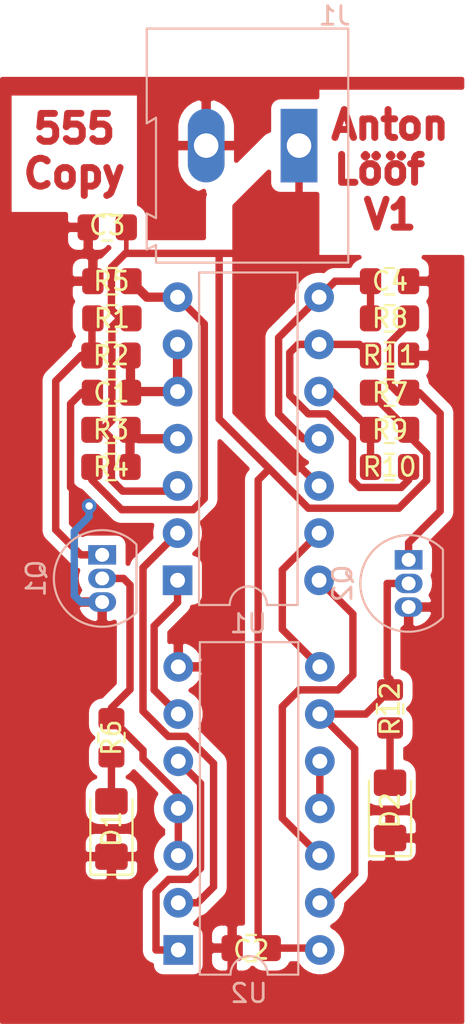
<source format=kicad_pcb>
(kicad_pcb (version 20171130) (host pcbnew "(5.1.5)-3")

  (general
    (thickness 1.6)
    (drawings 2)
    (tracks 163)
    (zones 0)
    (modules 23)
    (nets 21)
  )

  (page A4)
  (layers
    (0 F.Cu signal)
    (31 B.Cu signal)
    (32 B.Adhes user)
    (33 F.Adhes user)
    (34 B.Paste user)
    (35 F.Paste user)
    (36 B.SilkS user)
    (37 F.SilkS user)
    (38 B.Mask user)
    (39 F.Mask user)
    (40 Dwgs.User user)
    (41 Cmts.User user)
    (42 Eco1.User user)
    (43 Eco2.User user)
    (44 Edge.Cuts user)
    (45 Margin user)
    (46 B.CrtYd user)
    (47 F.CrtYd user)
    (48 B.Fab user)
    (49 F.Fab user)
  )

  (setup
    (last_trace_width 0.25)
    (user_trace_width 0.4)
    (user_trace_width 0.5)
    (trace_clearance 0.2)
    (zone_clearance 0.508)
    (zone_45_only no)
    (trace_min 0.2)
    (via_size 0.8)
    (via_drill 0.4)
    (via_min_size 0.4)
    (via_min_drill 0.3)
    (uvia_size 0.3)
    (uvia_drill 0.1)
    (uvias_allowed no)
    (uvia_min_size 0.2)
    (uvia_min_drill 0.1)
    (edge_width 0.05)
    (segment_width 0.2)
    (pcb_text_width 0.3)
    (pcb_text_size 1.5 1.5)
    (mod_edge_width 0.12)
    (mod_text_size 1 1)
    (mod_text_width 0.15)
    (pad_size 1.524 1.524)
    (pad_drill 0.762)
    (pad_to_mask_clearance 0.051)
    (solder_mask_min_width 0.25)
    (aux_axis_origin 0 0)
    (visible_elements 7FFFFFFF)
    (pcbplotparams
      (layerselection 0x00000_7fffffff)
      (usegerberextensions false)
      (usegerberattributes false)
      (usegerberadvancedattributes false)
      (creategerberjobfile false)
      (excludeedgelayer true)
      (linewidth 0.100000)
      (plotframeref false)
      (viasonmask false)
      (mode 1)
      (useauxorigin false)
      (hpglpennumber 1)
      (hpglpenspeed 20)
      (hpglpendiameter 15.000000)
      (psnegative false)
      (psa4output false)
      (plotreference true)
      (plotvalue true)
      (plotinvisibletext false)
      (padsonsilk false)
      (subtractmaskfromsilk false)
      (outputformat 4)
      (mirror false)
      (drillshape 1)
      (scaleselection 1)
      (outputdirectory ""))
  )

  (net 0 "")
  (net 1 GND)
  (net 2 "Net-(C1-Pad1)")
  (net 3 +5V)
  (net 4 "Net-(C4-Pad1)")
  (net 5 "Net-(D1-Pad2)")
  (net 6 "Net-(D2-Pad2)")
  (net 7 "Net-(Q1-Pad1)")
  (net 8 "Net-(Q1-Pad2)")
  (net 9 "Net-(Q2-Pad1)")
  (net 10 "Net-(Q2-Pad2)")
  (net 11 "Net-(R3-Pad2)")
  (net 12 "Net-(R4-Pad2)")
  (net 13 "Net-(R10-Pad1)")
  (net 14 "Net-(R10-Pad2)")
  (net 15 "Net-(U1-Pad14)")
  (net 16 "Net-(U1-Pad13)")
  (net 17 "Net-(U1-Pad2)")
  (net 18 "Net-(U1-Pad1)")
  (net 19 "Net-(U2-Pad1)")
  (net 20 "Net-(U2-Pad10)")

  (net_class Default "This is the default net class."
    (clearance 0.2)
    (trace_width 0.25)
    (via_dia 0.8)
    (via_drill 0.4)
    (uvia_dia 0.3)
    (uvia_drill 0.1)
    (add_net +5V)
    (add_net GND)
    (add_net "Net-(C1-Pad1)")
    (add_net "Net-(C4-Pad1)")
    (add_net "Net-(D1-Pad2)")
    (add_net "Net-(D2-Pad2)")
    (add_net "Net-(Q1-Pad1)")
    (add_net "Net-(Q1-Pad2)")
    (add_net "Net-(Q2-Pad1)")
    (add_net "Net-(Q2-Pad2)")
    (add_net "Net-(R10-Pad1)")
    (add_net "Net-(R10-Pad2)")
    (add_net "Net-(R3-Pad2)")
    (add_net "Net-(R4-Pad2)")
    (add_net "Net-(U1-Pad1)")
    (add_net "Net-(U1-Pad13)")
    (add_net "Net-(U1-Pad14)")
    (add_net "Net-(U1-Pad2)")
    (add_net "Net-(U2-Pad1)")
    (add_net "Net-(U2-Pad10)")
  )

  (module Package_DIP:DIP-14_W7.62mm (layer B.Cu) (tedit 5A02E8C5) (tstamp 605E8B65)
    (at 118.6 118)
    (descr "14-lead though-hole mounted DIP package, row spacing 7.62 mm (300 mils)")
    (tags "THT DIP DIL PDIP 2.54mm 7.62mm 300mil")
    (path /605E3138)
    (fp_text reference U2 (at 3.81 2.33) (layer B.SilkS)
      (effects (font (size 1 1) (thickness 0.15)) (justify mirror))
    )
    (fp_text value 7402 (at 3.81 -17.57) (layer B.Fab)
      (effects (font (size 1 1) (thickness 0.15)) (justify mirror))
    )
    (fp_text user %R (at 3.81 -7.62) (layer B.Fab)
      (effects (font (size 1 1) (thickness 0.15)) (justify mirror))
    )
    (fp_line (start 8.7 1.55) (end -1.1 1.55) (layer B.CrtYd) (width 0.05))
    (fp_line (start 8.7 -16.8) (end 8.7 1.55) (layer B.CrtYd) (width 0.05))
    (fp_line (start -1.1 -16.8) (end 8.7 -16.8) (layer B.CrtYd) (width 0.05))
    (fp_line (start -1.1 1.55) (end -1.1 -16.8) (layer B.CrtYd) (width 0.05))
    (fp_line (start 6.46 1.33) (end 4.81 1.33) (layer B.SilkS) (width 0.12))
    (fp_line (start 6.46 -16.57) (end 6.46 1.33) (layer B.SilkS) (width 0.12))
    (fp_line (start 1.16 -16.57) (end 6.46 -16.57) (layer B.SilkS) (width 0.12))
    (fp_line (start 1.16 1.33) (end 1.16 -16.57) (layer B.SilkS) (width 0.12))
    (fp_line (start 2.81 1.33) (end 1.16 1.33) (layer B.SilkS) (width 0.12))
    (fp_line (start 0.635 0.27) (end 1.635 1.27) (layer B.Fab) (width 0.1))
    (fp_line (start 0.635 -16.51) (end 0.635 0.27) (layer B.Fab) (width 0.1))
    (fp_line (start 6.985 -16.51) (end 0.635 -16.51) (layer B.Fab) (width 0.1))
    (fp_line (start 6.985 1.27) (end 6.985 -16.51) (layer B.Fab) (width 0.1))
    (fp_line (start 1.635 1.27) (end 6.985 1.27) (layer B.Fab) (width 0.1))
    (fp_arc (start 3.81 1.33) (end 2.81 1.33) (angle 180) (layer B.SilkS) (width 0.12))
    (pad 14 thru_hole oval (at 7.62 0) (size 1.6 1.6) (drill 0.8) (layers *.Cu *.Mask)
      (net 3 +5V))
    (pad 7 thru_hole oval (at 0 -15.24) (size 1.6 1.6) (drill 0.8) (layers *.Cu *.Mask)
      (net 1 GND))
    (pad 13 thru_hole oval (at 7.62 -2.54) (size 1.6 1.6) (drill 0.8) (layers *.Cu *.Mask)
      (net 10 "Net-(Q2-Pad2)"))
    (pad 6 thru_hole oval (at 0 -12.7) (size 1.6 1.6) (drill 0.8) (layers *.Cu *.Mask)
      (net 18 "Net-(U1-Pad1)"))
    (pad 12 thru_hole oval (at 7.62 -5.08) (size 1.6 1.6) (drill 0.8) (layers *.Cu *.Mask)
      (net 15 "Net-(U1-Pad14)"))
    (pad 5 thru_hole oval (at 0 -10.16) (size 1.6 1.6) (drill 0.8) (layers *.Cu *.Mask)
      (net 19 "Net-(U2-Pad1)"))
    (pad 11 thru_hole oval (at 7.62 -7.62) (size 1.6 1.6) (drill 0.8) (layers *.Cu *.Mask)
      (net 20 "Net-(U2-Pad10)"))
    (pad 4 thru_hole oval (at 0 -7.62) (size 1.6 1.6) (drill 0.8) (layers *.Cu *.Mask)
      (net 8 "Net-(Q1-Pad2)"))
    (pad 10 thru_hole oval (at 7.62 -10.16) (size 1.6 1.6) (drill 0.8) (layers *.Cu *.Mask)
      (net 20 "Net-(U2-Pad10)"))
    (pad 3 thru_hole oval (at 0 -5.08) (size 1.6 1.6) (drill 0.8) (layers *.Cu *.Mask)
      (net 8 "Net-(Q1-Pad2)"))
    (pad 9 thru_hole oval (at 7.62 -12.7) (size 1.6 1.6) (drill 0.8) (layers *.Cu *.Mask)
      (net 10 "Net-(Q2-Pad2)"))
    (pad 2 thru_hole oval (at 0 -2.54) (size 1.6 1.6) (drill 0.8) (layers *.Cu *.Mask)
      (net 17 "Net-(U1-Pad2)"))
    (pad 8 thru_hole oval (at 7.62 -15.24) (size 1.6 1.6) (drill 0.8) (layers *.Cu *.Mask)
      (net 16 "Net-(U1-Pad13)"))
    (pad 1 thru_hole rect (at 0 0) (size 1.6 1.6) (drill 0.8) (layers *.Cu *.Mask)
      (net 19 "Net-(U2-Pad1)"))
    (model ${KISYS3DMOD}/Package_DIP.3dshapes/DIP-14_W7.62mm.wrl
      (at (xyz 0 0 0))
      (scale (xyz 1 1 1))
      (rotate (xyz 0 0 0))
    )
  )

  (module Package_DIP:DIP-14_W7.62mm (layer B.Cu) (tedit 5A02E8C5) (tstamp 605E8B43)
    (at 118.56 98.1)
    (descr "14-lead though-hole mounted DIP package, row spacing 7.62 mm (300 mils)")
    (tags "THT DIP DIL PDIP 2.54mm 7.62mm 300mil")
    (path /605E8C8D)
    (fp_text reference U1 (at 3.81 2.33) (layer B.SilkS)
      (effects (font (size 1 1) (thickness 0.15)) (justify mirror))
    )
    (fp_text value LM339 (at 3.81 -17.57) (layer B.Fab)
      (effects (font (size 1 1) (thickness 0.15)) (justify mirror))
    )
    (fp_text user %R (at 3.81 -7.62) (layer B.Fab)
      (effects (font (size 1 1) (thickness 0.15)) (justify mirror))
    )
    (fp_line (start 8.7 1.55) (end -1.1 1.55) (layer B.CrtYd) (width 0.05))
    (fp_line (start 8.7 -16.8) (end 8.7 1.55) (layer B.CrtYd) (width 0.05))
    (fp_line (start -1.1 -16.8) (end 8.7 -16.8) (layer B.CrtYd) (width 0.05))
    (fp_line (start -1.1 1.55) (end -1.1 -16.8) (layer B.CrtYd) (width 0.05))
    (fp_line (start 6.46 1.33) (end 4.81 1.33) (layer B.SilkS) (width 0.12))
    (fp_line (start 6.46 -16.57) (end 6.46 1.33) (layer B.SilkS) (width 0.12))
    (fp_line (start 1.16 -16.57) (end 6.46 -16.57) (layer B.SilkS) (width 0.12))
    (fp_line (start 1.16 1.33) (end 1.16 -16.57) (layer B.SilkS) (width 0.12))
    (fp_line (start 2.81 1.33) (end 1.16 1.33) (layer B.SilkS) (width 0.12))
    (fp_line (start 0.635 0.27) (end 1.635 1.27) (layer B.Fab) (width 0.1))
    (fp_line (start 0.635 -16.51) (end 0.635 0.27) (layer B.Fab) (width 0.1))
    (fp_line (start 6.985 -16.51) (end 0.635 -16.51) (layer B.Fab) (width 0.1))
    (fp_line (start 6.985 1.27) (end 6.985 -16.51) (layer B.Fab) (width 0.1))
    (fp_line (start 1.635 1.27) (end 6.985 1.27) (layer B.Fab) (width 0.1))
    (fp_arc (start 3.81 1.33) (end 2.81 1.33) (angle 180) (layer B.SilkS) (width 0.12))
    (pad 14 thru_hole oval (at 7.62 0) (size 1.6 1.6) (drill 0.8) (layers *.Cu *.Mask)
      (net 15 "Net-(U1-Pad14)"))
    (pad 7 thru_hole oval (at 0 -15.24) (size 1.6 1.6) (drill 0.8) (layers *.Cu *.Mask)
      (net 12 "Net-(R4-Pad2)"))
    (pad 13 thru_hole oval (at 7.62 -2.54) (size 1.6 1.6) (drill 0.8) (layers *.Cu *.Mask)
      (net 16 "Net-(U1-Pad13)"))
    (pad 6 thru_hole oval (at 0 -12.7) (size 1.6 1.6) (drill 0.8) (layers *.Cu *.Mask)
      (net 2 "Net-(C1-Pad1)"))
    (pad 12 thru_hole oval (at 7.62 -5.08) (size 1.6 1.6) (drill 0.8) (layers *.Cu *.Mask)
      (net 1 GND))
    (pad 5 thru_hole oval (at 0 -10.16) (size 1.6 1.6) (drill 0.8) (layers *.Cu *.Mask)
      (net 2 "Net-(C1-Pad1)"))
    (pad 11 thru_hole oval (at 7.62 -7.62) (size 1.6 1.6) (drill 0.8) (layers *.Cu *.Mask)
      (net 4 "Net-(C4-Pad1)"))
    (pad 4 thru_hole oval (at 0 -7.62) (size 1.6 1.6) (drill 0.8) (layers *.Cu *.Mask)
      (net 11 "Net-(R3-Pad2)"))
    (pad 10 thru_hole oval (at 7.62 -10.16) (size 1.6 1.6) (drill 0.8) (layers *.Cu *.Mask)
      (net 13 "Net-(R10-Pad1)"))
    (pad 3 thru_hole oval (at 0 -5.08) (size 1.6 1.6) (drill 0.8) (layers *.Cu *.Mask)
      (net 3 +5V))
    (pad 9 thru_hole oval (at 7.62 -12.7) (size 1.6 1.6) (drill 0.8) (layers *.Cu *.Mask)
      (net 14 "Net-(R10-Pad2)"))
    (pad 2 thru_hole oval (at 0 -2.54) (size 1.6 1.6) (drill 0.8) (layers *.Cu *.Mask)
      (net 17 "Net-(U1-Pad2)"))
    (pad 8 thru_hole oval (at 7.62 -15.24) (size 1.6 1.6) (drill 0.8) (layers *.Cu *.Mask)
      (net 4 "Net-(C4-Pad1)"))
    (pad 1 thru_hole rect (at 0 0) (size 1.6 1.6) (drill 0.8) (layers *.Cu *.Mask)
      (net 18 "Net-(U1-Pad1)"))
    (model ${KISYS3DMOD}/Package_DIP.3dshapes/DIP-14_W7.62mm.wrl
      (at (xyz 0 0 0))
      (scale (xyz 1 1 1))
      (rotate (xyz 0 0 0))
    )
  )

  (module Capacitor_SMD:C_0805_2012Metric_Pad1.15x1.40mm_HandSolder (layer F.Cu) (tedit 5B36C52B) (tstamp 605E8B21)
    (at 130 105.025 270)
    (descr "Capacitor SMD 0805 (2012 Metric), square (rectangular) end terminal, IPC_7351 nominal with elongated pad for handsoldering. (Body size source: https://docs.google.com/spreadsheets/d/1BsfQQcO9C6DZCsRaXUlFlo91Tg2WpOkGARC1WS5S8t0/edit?usp=sharing), generated with kicad-footprint-generator")
    (tags "capacitor handsolder")
    (path /60644E92)
    (attr smd)
    (fp_text reference R12 (at 0 0 90) (layer F.SilkS)
      (effects (font (size 1 1) (thickness 0.15)))
    )
    (fp_text value 1k (at 0 1.65 90) (layer F.Fab)
      (effects (font (size 1 1) (thickness 0.15)))
    )
    (fp_text user %R (at 0 0 90) (layer F.Fab)
      (effects (font (size 0.5 0.5) (thickness 0.08)))
    )
    (fp_line (start 1.85 0.95) (end -1.85 0.95) (layer F.CrtYd) (width 0.05))
    (fp_line (start 1.85 -0.95) (end 1.85 0.95) (layer F.CrtYd) (width 0.05))
    (fp_line (start -1.85 -0.95) (end 1.85 -0.95) (layer F.CrtYd) (width 0.05))
    (fp_line (start -1.85 0.95) (end -1.85 -0.95) (layer F.CrtYd) (width 0.05))
    (fp_line (start -0.261252 0.71) (end 0.261252 0.71) (layer F.SilkS) (width 0.12))
    (fp_line (start -0.261252 -0.71) (end 0.261252 -0.71) (layer F.SilkS) (width 0.12))
    (fp_line (start 1 0.6) (end -1 0.6) (layer F.Fab) (width 0.1))
    (fp_line (start 1 -0.6) (end 1 0.6) (layer F.Fab) (width 0.1))
    (fp_line (start -1 -0.6) (end 1 -0.6) (layer F.Fab) (width 0.1))
    (fp_line (start -1 0.6) (end -1 -0.6) (layer F.Fab) (width 0.1))
    (pad 2 smd roundrect (at 1.025 0 270) (size 1.15 1.4) (layers F.Cu F.Paste F.Mask) (roundrect_rratio 0.217391)
      (net 6 "Net-(D2-Pad2)"))
    (pad 1 smd roundrect (at -1.025 0 270) (size 1.15 1.4) (layers F.Cu F.Paste F.Mask) (roundrect_rratio 0.217391)
      (net 10 "Net-(Q2-Pad2)"))
    (model ${KISYS3DMOD}/Capacitor_SMD.3dshapes/C_0805_2012Metric.wrl
      (at (xyz 0 0 0))
      (scale (xyz 1 1 1))
      (rotate (xyz 0 0 0))
    )
  )

  (module Capacitor_SMD:C_0805_2012Metric_Pad1.15x1.40mm_HandSolder (layer F.Cu) (tedit 5B36C52B) (tstamp 605E8B10)
    (at 129.975 86)
    (descr "Capacitor SMD 0805 (2012 Metric), square (rectangular) end terminal, IPC_7351 nominal with elongated pad for handsoldering. (Body size source: https://docs.google.com/spreadsheets/d/1BsfQQcO9C6DZCsRaXUlFlo91Tg2WpOkGARC1WS5S8t0/edit?usp=sharing), generated with kicad-footprint-generator")
    (tags "capacitor handsolder")
    (path /60644E58)
    (attr smd)
    (fp_text reference R11 (at 0 0) (layer F.SilkS)
      (effects (font (size 1 1) (thickness 0.15)))
    )
    (fp_text value 5K (at -2.975 0) (layer F.Fab)
      (effects (font (size 1 1) (thickness 0.15)))
    )
    (fp_text user %R (at 0 0) (layer F.Fab)
      (effects (font (size 0.5 0.5) (thickness 0.08)))
    )
    (fp_line (start 1.85 0.95) (end -1.85 0.95) (layer F.CrtYd) (width 0.05))
    (fp_line (start 1.85 -0.95) (end 1.85 0.95) (layer F.CrtYd) (width 0.05))
    (fp_line (start -1.85 -0.95) (end 1.85 -0.95) (layer F.CrtYd) (width 0.05))
    (fp_line (start -1.85 0.95) (end -1.85 -0.95) (layer F.CrtYd) (width 0.05))
    (fp_line (start -0.261252 0.71) (end 0.261252 0.71) (layer F.SilkS) (width 0.12))
    (fp_line (start -0.261252 -0.71) (end 0.261252 -0.71) (layer F.SilkS) (width 0.12))
    (fp_line (start 1 0.6) (end -1 0.6) (layer F.Fab) (width 0.1))
    (fp_line (start 1 -0.6) (end 1 0.6) (layer F.Fab) (width 0.1))
    (fp_line (start -1 -0.6) (end 1 -0.6) (layer F.Fab) (width 0.1))
    (fp_line (start -1 0.6) (end -1 -0.6) (layer F.Fab) (width 0.1))
    (pad 2 smd roundrect (at 1.025 0) (size 1.15 1.4) (layers F.Cu F.Paste F.Mask) (roundrect_rratio 0.217391)
      (net 1 GND))
    (pad 1 smd roundrect (at -1.025 0) (size 1.15 1.4) (layers F.Cu F.Paste F.Mask) (roundrect_rratio 0.217391)
      (net 14 "Net-(R10-Pad2)"))
    (model ${KISYS3DMOD}/Capacitor_SMD.3dshapes/C_0805_2012Metric.wrl
      (at (xyz 0 0 0))
      (scale (xyz 1 1 1))
      (rotate (xyz 0 0 0))
    )
  )

  (module Capacitor_SMD:C_0805_2012Metric_Pad1.15x1.40mm_HandSolder (layer F.Cu) (tedit 5B36C52B) (tstamp 605E8AFF)
    (at 129.975 92)
    (descr "Capacitor SMD 0805 (2012 Metric), square (rectangular) end terminal, IPC_7351 nominal with elongated pad for handsoldering. (Body size source: https://docs.google.com/spreadsheets/d/1BsfQQcO9C6DZCsRaXUlFlo91Tg2WpOkGARC1WS5S8t0/edit?usp=sharing), generated with kicad-footprint-generator")
    (tags "capacitor handsolder")
    (path /60644E52)
    (attr smd)
    (fp_text reference R10 (at 0 0) (layer F.SilkS)
      (effects (font (size 1 1) (thickness 0.15)))
    )
    (fp_text value 5K (at -2.975 0) (layer F.Fab)
      (effects (font (size 1 1) (thickness 0.15)))
    )
    (fp_text user %R (at 0 0) (layer F.Fab)
      (effects (font (size 0.5 0.5) (thickness 0.08)))
    )
    (fp_line (start 1.85 0.95) (end -1.85 0.95) (layer F.CrtYd) (width 0.05))
    (fp_line (start 1.85 -0.95) (end 1.85 0.95) (layer F.CrtYd) (width 0.05))
    (fp_line (start -1.85 -0.95) (end 1.85 -0.95) (layer F.CrtYd) (width 0.05))
    (fp_line (start -1.85 0.95) (end -1.85 -0.95) (layer F.CrtYd) (width 0.05))
    (fp_line (start -0.261252 0.71) (end 0.261252 0.71) (layer F.SilkS) (width 0.12))
    (fp_line (start -0.261252 -0.71) (end 0.261252 -0.71) (layer F.SilkS) (width 0.12))
    (fp_line (start 1 0.6) (end -1 0.6) (layer F.Fab) (width 0.1))
    (fp_line (start 1 -0.6) (end 1 0.6) (layer F.Fab) (width 0.1))
    (fp_line (start -1 -0.6) (end 1 -0.6) (layer F.Fab) (width 0.1))
    (fp_line (start -1 0.6) (end -1 -0.6) (layer F.Fab) (width 0.1))
    (pad 2 smd roundrect (at 1.025 0) (size 1.15 1.4) (layers F.Cu F.Paste F.Mask) (roundrect_rratio 0.217391)
      (net 14 "Net-(R10-Pad2)"))
    (pad 1 smd roundrect (at -1.025 0) (size 1.15 1.4) (layers F.Cu F.Paste F.Mask) (roundrect_rratio 0.217391)
      (net 13 "Net-(R10-Pad1)"))
    (model ${KISYS3DMOD}/Capacitor_SMD.3dshapes/C_0805_2012Metric.wrl
      (at (xyz 0 0 0))
      (scale (xyz 1 1 1))
      (rotate (xyz 0 0 0))
    )
  )

  (module Capacitor_SMD:C_0805_2012Metric_Pad1.15x1.40mm_HandSolder (layer F.Cu) (tedit 5B36C52B) (tstamp 605E8AEE)
    (at 129.975 90 180)
    (descr "Capacitor SMD 0805 (2012 Metric), square (rectangular) end terminal, IPC_7351 nominal with elongated pad for handsoldering. (Body size source: https://docs.google.com/spreadsheets/d/1BsfQQcO9C6DZCsRaXUlFlo91Tg2WpOkGARC1WS5S8t0/edit?usp=sharing), generated with kicad-footprint-generator")
    (tags "capacitor handsolder")
    (path /60644E45)
    (attr smd)
    (fp_text reference R9 (at -0.025 0) (layer F.SilkS)
      (effects (font (size 1 1) (thickness 0.15)))
    )
    (fp_text value 5K (at 2.975 0) (layer F.Fab)
      (effects (font (size 1 1) (thickness 0.15)))
    )
    (fp_text user %R (at 0 0) (layer F.Fab)
      (effects (font (size 0.5 0.5) (thickness 0.08)))
    )
    (fp_line (start 1.85 0.95) (end -1.85 0.95) (layer F.CrtYd) (width 0.05))
    (fp_line (start 1.85 -0.95) (end 1.85 0.95) (layer F.CrtYd) (width 0.05))
    (fp_line (start -1.85 -0.95) (end 1.85 -0.95) (layer F.CrtYd) (width 0.05))
    (fp_line (start -1.85 0.95) (end -1.85 -0.95) (layer F.CrtYd) (width 0.05))
    (fp_line (start -0.261252 0.71) (end 0.261252 0.71) (layer F.SilkS) (width 0.12))
    (fp_line (start -0.261252 -0.71) (end 0.261252 -0.71) (layer F.SilkS) (width 0.12))
    (fp_line (start 1 0.6) (end -1 0.6) (layer F.Fab) (width 0.1))
    (fp_line (start 1 -0.6) (end 1 0.6) (layer F.Fab) (width 0.1))
    (fp_line (start -1 -0.6) (end 1 -0.6) (layer F.Fab) (width 0.1))
    (fp_line (start -1 0.6) (end -1 -0.6) (layer F.Fab) (width 0.1))
    (pad 2 smd roundrect (at 1.025 0 180) (size 1.15 1.4) (layers F.Cu F.Paste F.Mask) (roundrect_rratio 0.217391)
      (net 13 "Net-(R10-Pad1)"))
    (pad 1 smd roundrect (at -1.025 0 180) (size 1.15 1.4) (layers F.Cu F.Paste F.Mask) (roundrect_rratio 0.217391)
      (net 3 +5V))
    (model ${KISYS3DMOD}/Capacitor_SMD.3dshapes/C_0805_2012Metric.wrl
      (at (xyz 0 0 0))
      (scale (xyz 1 1 1))
      (rotate (xyz 0 0 0))
    )
  )

  (module Capacitor_SMD:C_0805_2012Metric_Pad1.15x1.40mm_HandSolder (layer F.Cu) (tedit 5B36C52B) (tstamp 605E8ADD)
    (at 129.975 84 180)
    (descr "Capacitor SMD 0805 (2012 Metric), square (rectangular) end terminal, IPC_7351 nominal with elongated pad for handsoldering. (Body size source: https://docs.google.com/spreadsheets/d/1BsfQQcO9C6DZCsRaXUlFlo91Tg2WpOkGARC1WS5S8t0/edit?usp=sharing), generated with kicad-footprint-generator")
    (tags "capacitor handsolder")
    (path /60644E7A)
    (attr smd)
    (fp_text reference R8 (at -0.025 0) (layer F.SilkS)
      (effects (font (size 1 1) (thickness 0.15)))
    )
    (fp_text value 100k (at 3.975 0) (layer F.Fab)
      (effects (font (size 1 1) (thickness 0.15)))
    )
    (fp_text user %R (at 0 0) (layer F.Fab)
      (effects (font (size 0.5 0.5) (thickness 0.08)))
    )
    (fp_line (start 1.85 0.95) (end -1.85 0.95) (layer F.CrtYd) (width 0.05))
    (fp_line (start 1.85 -0.95) (end 1.85 0.95) (layer F.CrtYd) (width 0.05))
    (fp_line (start -1.85 -0.95) (end 1.85 -0.95) (layer F.CrtYd) (width 0.05))
    (fp_line (start -1.85 0.95) (end -1.85 -0.95) (layer F.CrtYd) (width 0.05))
    (fp_line (start -0.261252 0.71) (end 0.261252 0.71) (layer F.SilkS) (width 0.12))
    (fp_line (start -0.261252 -0.71) (end 0.261252 -0.71) (layer F.SilkS) (width 0.12))
    (fp_line (start 1 0.6) (end -1 0.6) (layer F.Fab) (width 0.1))
    (fp_line (start 1 -0.6) (end 1 0.6) (layer F.Fab) (width 0.1))
    (fp_line (start -1 -0.6) (end 1 -0.6) (layer F.Fab) (width 0.1))
    (fp_line (start -1 0.6) (end -1 -0.6) (layer F.Fab) (width 0.1))
    (pad 2 smd roundrect (at 1.025 0 180) (size 1.15 1.4) (layers F.Cu F.Paste F.Mask) (roundrect_rratio 0.217391)
      (net 4 "Net-(C4-Pad1)"))
    (pad 1 smd roundrect (at -1.025 0 180) (size 1.15 1.4) (layers F.Cu F.Paste F.Mask) (roundrect_rratio 0.217391)
      (net 9 "Net-(Q2-Pad1)"))
    (model ${KISYS3DMOD}/Capacitor_SMD.3dshapes/C_0805_2012Metric.wrl
      (at (xyz 0 0 0))
      (scale (xyz 1 1 1))
      (rotate (xyz 0 0 0))
    )
  )

  (module Capacitor_SMD:C_0805_2012Metric_Pad1.15x1.40mm_HandSolder (layer F.Cu) (tedit 5B36C52B) (tstamp 605E8ACC)
    (at 129.975 88)
    (descr "Capacitor SMD 0805 (2012 Metric), square (rectangular) end terminal, IPC_7351 nominal with elongated pad for handsoldering. (Body size source: https://docs.google.com/spreadsheets/d/1BsfQQcO9C6DZCsRaXUlFlo91Tg2WpOkGARC1WS5S8t0/edit?usp=sharing), generated with kicad-footprint-generator")
    (tags "capacitor handsolder")
    (path /60644E80)
    (attr smd)
    (fp_text reference R7 (at 0.025 0) (layer F.SilkS)
      (effects (font (size 1 1) (thickness 0.15)))
    )
    (fp_text value 1k (at -2.975 0) (layer F.Fab)
      (effects (font (size 1 1) (thickness 0.15)))
    )
    (fp_text user %R (at 0 0) (layer F.Fab)
      (effects (font (size 0.5 0.5) (thickness 0.08)))
    )
    (fp_line (start 1.85 0.95) (end -1.85 0.95) (layer F.CrtYd) (width 0.05))
    (fp_line (start 1.85 -0.95) (end 1.85 0.95) (layer F.CrtYd) (width 0.05))
    (fp_line (start -1.85 -0.95) (end 1.85 -0.95) (layer F.CrtYd) (width 0.05))
    (fp_line (start -1.85 0.95) (end -1.85 -0.95) (layer F.CrtYd) (width 0.05))
    (fp_line (start -0.261252 0.71) (end 0.261252 0.71) (layer F.SilkS) (width 0.12))
    (fp_line (start -0.261252 -0.71) (end 0.261252 -0.71) (layer F.SilkS) (width 0.12))
    (fp_line (start 1 0.6) (end -1 0.6) (layer F.Fab) (width 0.1))
    (fp_line (start 1 -0.6) (end 1 0.6) (layer F.Fab) (width 0.1))
    (fp_line (start -1 -0.6) (end 1 -0.6) (layer F.Fab) (width 0.1))
    (fp_line (start -1 0.6) (end -1 -0.6) (layer F.Fab) (width 0.1))
    (pad 2 smd roundrect (at 1.025 0) (size 1.15 1.4) (layers F.Cu F.Paste F.Mask) (roundrect_rratio 0.217391)
      (net 9 "Net-(Q2-Pad1)"))
    (pad 1 smd roundrect (at -1.025 0) (size 1.15 1.4) (layers F.Cu F.Paste F.Mask) (roundrect_rratio 0.217391)
      (net 3 +5V))
    (model ${KISYS3DMOD}/Capacitor_SMD.3dshapes/C_0805_2012Metric.wrl
      (at (xyz 0 0 0))
      (scale (xyz 1 1 1))
      (rotate (xyz 0 0 0))
    )
  )

  (module Capacitor_SMD:C_0805_2012Metric_Pad1.15x1.40mm_HandSolder (layer F.Cu) (tedit 5B36C52B) (tstamp 605E8ABB)
    (at 115 106.575 270)
    (descr "Capacitor SMD 0805 (2012 Metric), square (rectangular) end terminal, IPC_7351 nominal with elongated pad for handsoldering. (Body size source: https://docs.google.com/spreadsheets/d/1BsfQQcO9C6DZCsRaXUlFlo91Tg2WpOkGARC1WS5S8t0/edit?usp=sharing), generated with kicad-footprint-generator")
    (tags "capacitor handsolder")
    (path /6062B488)
    (attr smd)
    (fp_text reference R6 (at 0 0 90) (layer F.SilkS)
      (effects (font (size 1 1) (thickness 0.15)))
    )
    (fp_text value 1k (at 0 1.65 90) (layer F.Fab)
      (effects (font (size 1 1) (thickness 0.15)))
    )
    (fp_text user %R (at 0 0 90) (layer F.Fab)
      (effects (font (size 0.5 0.5) (thickness 0.08)))
    )
    (fp_line (start 1.85 0.95) (end -1.85 0.95) (layer F.CrtYd) (width 0.05))
    (fp_line (start 1.85 -0.95) (end 1.85 0.95) (layer F.CrtYd) (width 0.05))
    (fp_line (start -1.85 -0.95) (end 1.85 -0.95) (layer F.CrtYd) (width 0.05))
    (fp_line (start -1.85 0.95) (end -1.85 -0.95) (layer F.CrtYd) (width 0.05))
    (fp_line (start -0.261252 0.71) (end 0.261252 0.71) (layer F.SilkS) (width 0.12))
    (fp_line (start -0.261252 -0.71) (end 0.261252 -0.71) (layer F.SilkS) (width 0.12))
    (fp_line (start 1 0.6) (end -1 0.6) (layer F.Fab) (width 0.1))
    (fp_line (start 1 -0.6) (end 1 0.6) (layer F.Fab) (width 0.1))
    (fp_line (start -1 -0.6) (end 1 -0.6) (layer F.Fab) (width 0.1))
    (fp_line (start -1 0.6) (end -1 -0.6) (layer F.Fab) (width 0.1))
    (pad 2 smd roundrect (at 1.025 0 270) (size 1.15 1.4) (layers F.Cu F.Paste F.Mask) (roundrect_rratio 0.217391)
      (net 5 "Net-(D1-Pad2)"))
    (pad 1 smd roundrect (at -1.025 0 270) (size 1.15 1.4) (layers F.Cu F.Paste F.Mask) (roundrect_rratio 0.217391)
      (net 8 "Net-(Q1-Pad2)"))
    (model ${KISYS3DMOD}/Capacitor_SMD.3dshapes/C_0805_2012Metric.wrl
      (at (xyz 0 0 0))
      (scale (xyz 1 1 1))
      (rotate (xyz 0 0 0))
    )
  )

  (module Capacitor_SMD:C_0805_2012Metric_Pad1.15x1.40mm_HandSolder (layer F.Cu) (tedit 5B36C52B) (tstamp 605E8AAA)
    (at 115.025 82 180)
    (descr "Capacitor SMD 0805 (2012 Metric), square (rectangular) end terminal, IPC_7351 nominal with elongated pad for handsoldering. (Body size source: https://docs.google.com/spreadsheets/d/1BsfQQcO9C6DZCsRaXUlFlo91Tg2WpOkGARC1WS5S8t0/edit?usp=sharing), generated with kicad-footprint-generator")
    (tags "capacitor handsolder")
    (path /6061BB66)
    (attr smd)
    (fp_text reference R5 (at 0.025 0) (layer F.SilkS)
      (effects (font (size 1 1) (thickness 0.15)))
    )
    (fp_text value 5K (at -2.975 0) (layer F.Fab)
      (effects (font (size 1 1) (thickness 0.15)))
    )
    (fp_text user %R (at 0 0) (layer F.Fab)
      (effects (font (size 0.5 0.5) (thickness 0.08)))
    )
    (fp_line (start 1.85 0.95) (end -1.85 0.95) (layer F.CrtYd) (width 0.05))
    (fp_line (start 1.85 -0.95) (end 1.85 0.95) (layer F.CrtYd) (width 0.05))
    (fp_line (start -1.85 -0.95) (end 1.85 -0.95) (layer F.CrtYd) (width 0.05))
    (fp_line (start -1.85 0.95) (end -1.85 -0.95) (layer F.CrtYd) (width 0.05))
    (fp_line (start -0.261252 0.71) (end 0.261252 0.71) (layer F.SilkS) (width 0.12))
    (fp_line (start -0.261252 -0.71) (end 0.261252 -0.71) (layer F.SilkS) (width 0.12))
    (fp_line (start 1 0.6) (end -1 0.6) (layer F.Fab) (width 0.1))
    (fp_line (start 1 -0.6) (end 1 0.6) (layer F.Fab) (width 0.1))
    (fp_line (start -1 -0.6) (end 1 -0.6) (layer F.Fab) (width 0.1))
    (fp_line (start -1 0.6) (end -1 -0.6) (layer F.Fab) (width 0.1))
    (pad 2 smd roundrect (at 1.025 0 180) (size 1.15 1.4) (layers F.Cu F.Paste F.Mask) (roundrect_rratio 0.217391)
      (net 1 GND))
    (pad 1 smd roundrect (at -1.025 0 180) (size 1.15 1.4) (layers F.Cu F.Paste F.Mask) (roundrect_rratio 0.217391)
      (net 12 "Net-(R4-Pad2)"))
    (model ${KISYS3DMOD}/Capacitor_SMD.3dshapes/C_0805_2012Metric.wrl
      (at (xyz 0 0 0))
      (scale (xyz 1 1 1))
      (rotate (xyz 0 0 0))
    )
  )

  (module Capacitor_SMD:C_0805_2012Metric_Pad1.15x1.40mm_HandSolder (layer F.Cu) (tedit 5B36C52B) (tstamp 605E8A99)
    (at 114.975 92 180)
    (descr "Capacitor SMD 0805 (2012 Metric), square (rectangular) end terminal, IPC_7351 nominal with elongated pad for handsoldering. (Body size source: https://docs.google.com/spreadsheets/d/1BsfQQcO9C6DZCsRaXUlFlo91Tg2WpOkGARC1WS5S8t0/edit?usp=sharing), generated with kicad-footprint-generator")
    (tags "capacitor handsolder")
    (path /6061B769)
    (attr smd)
    (fp_text reference R4 (at 0 0) (layer F.SilkS)
      (effects (font (size 1 1) (thickness 0.15)))
    )
    (fp_text value 5K (at -3.025 0) (layer F.Fab)
      (effects (font (size 1 1) (thickness 0.15)))
    )
    (fp_text user %R (at 0 0) (layer F.Fab)
      (effects (font (size 0.5 0.5) (thickness 0.08)))
    )
    (fp_line (start 1.85 0.95) (end -1.85 0.95) (layer F.CrtYd) (width 0.05))
    (fp_line (start 1.85 -0.95) (end 1.85 0.95) (layer F.CrtYd) (width 0.05))
    (fp_line (start -1.85 -0.95) (end 1.85 -0.95) (layer F.CrtYd) (width 0.05))
    (fp_line (start -1.85 0.95) (end -1.85 -0.95) (layer F.CrtYd) (width 0.05))
    (fp_line (start -0.261252 0.71) (end 0.261252 0.71) (layer F.SilkS) (width 0.12))
    (fp_line (start -0.261252 -0.71) (end 0.261252 -0.71) (layer F.SilkS) (width 0.12))
    (fp_line (start 1 0.6) (end -1 0.6) (layer F.Fab) (width 0.1))
    (fp_line (start 1 -0.6) (end 1 0.6) (layer F.Fab) (width 0.1))
    (fp_line (start -1 -0.6) (end 1 -0.6) (layer F.Fab) (width 0.1))
    (fp_line (start -1 0.6) (end -1 -0.6) (layer F.Fab) (width 0.1))
    (pad 2 smd roundrect (at 1.025 0 180) (size 1.15 1.4) (layers F.Cu F.Paste F.Mask) (roundrect_rratio 0.217391)
      (net 12 "Net-(R4-Pad2)"))
    (pad 1 smd roundrect (at -1.025 0 180) (size 1.15 1.4) (layers F.Cu F.Paste F.Mask) (roundrect_rratio 0.217391)
      (net 11 "Net-(R3-Pad2)"))
    (model ${KISYS3DMOD}/Capacitor_SMD.3dshapes/C_0805_2012Metric.wrl
      (at (xyz 0 0 0))
      (scale (xyz 1 1 1))
      (rotate (xyz 0 0 0))
    )
  )

  (module Capacitor_SMD:C_0805_2012Metric_Pad1.15x1.40mm_HandSolder (layer F.Cu) (tedit 5B36C52B) (tstamp 605E8A88)
    (at 114.975 90)
    (descr "Capacitor SMD 0805 (2012 Metric), square (rectangular) end terminal, IPC_7351 nominal with elongated pad for handsoldering. (Body size source: https://docs.google.com/spreadsheets/d/1BsfQQcO9C6DZCsRaXUlFlo91Tg2WpOkGARC1WS5S8t0/edit?usp=sharing), generated with kicad-footprint-generator")
    (tags "capacitor handsolder")
    (path /605EC9DA)
    (attr smd)
    (fp_text reference R3 (at 0 0) (layer F.SilkS)
      (effects (font (size 1 1) (thickness 0.15)))
    )
    (fp_text value 5K (at 3.025 0) (layer F.Fab)
      (effects (font (size 1 1) (thickness 0.15)))
    )
    (fp_text user %R (at 0 0) (layer F.Fab)
      (effects (font (size 0.5 0.5) (thickness 0.08)))
    )
    (fp_line (start 1.85 0.95) (end -1.85 0.95) (layer F.CrtYd) (width 0.05))
    (fp_line (start 1.85 -0.95) (end 1.85 0.95) (layer F.CrtYd) (width 0.05))
    (fp_line (start -1.85 -0.95) (end 1.85 -0.95) (layer F.CrtYd) (width 0.05))
    (fp_line (start -1.85 0.95) (end -1.85 -0.95) (layer F.CrtYd) (width 0.05))
    (fp_line (start -0.261252 0.71) (end 0.261252 0.71) (layer F.SilkS) (width 0.12))
    (fp_line (start -0.261252 -0.71) (end 0.261252 -0.71) (layer F.SilkS) (width 0.12))
    (fp_line (start 1 0.6) (end -1 0.6) (layer F.Fab) (width 0.1))
    (fp_line (start 1 -0.6) (end 1 0.6) (layer F.Fab) (width 0.1))
    (fp_line (start -1 -0.6) (end 1 -0.6) (layer F.Fab) (width 0.1))
    (fp_line (start -1 0.6) (end -1 -0.6) (layer F.Fab) (width 0.1))
    (pad 2 smd roundrect (at 1.025 0) (size 1.15 1.4) (layers F.Cu F.Paste F.Mask) (roundrect_rratio 0.217391)
      (net 11 "Net-(R3-Pad2)"))
    (pad 1 smd roundrect (at -1.025 0) (size 1.15 1.4) (layers F.Cu F.Paste F.Mask) (roundrect_rratio 0.217391)
      (net 3 +5V))
    (model ${KISYS3DMOD}/Capacitor_SMD.3dshapes/C_0805_2012Metric.wrl
      (at (xyz 0 0 0))
      (scale (xyz 1 1 1))
      (rotate (xyz 0 0 0))
    )
  )

  (module Capacitor_SMD:C_0805_2012Metric_Pad1.15x1.40mm_HandSolder (layer F.Cu) (tedit 5B36C52B) (tstamp 605E8A77)
    (at 114.975 86)
    (descr "Capacitor SMD 0805 (2012 Metric), square (rectangular) end terminal, IPC_7351 nominal with elongated pad for handsoldering. (Body size source: https://docs.google.com/spreadsheets/d/1BsfQQcO9C6DZCsRaXUlFlo91Tg2WpOkGARC1WS5S8t0/edit?usp=sharing), generated with kicad-footprint-generator")
    (tags "capacitor handsolder")
    (path /60627355)
    (attr smd)
    (fp_text reference R2 (at 0 0) (layer F.SilkS)
      (effects (font (size 1 1) (thickness 0.15)))
    )
    (fp_text value 100k (at 4.025 0) (layer F.Fab)
      (effects (font (size 1 1) (thickness 0.15)))
    )
    (fp_text user %R (at 0 0) (layer F.Fab)
      (effects (font (size 0.5 0.5) (thickness 0.08)))
    )
    (fp_line (start 1.85 0.95) (end -1.85 0.95) (layer F.CrtYd) (width 0.05))
    (fp_line (start 1.85 -0.95) (end 1.85 0.95) (layer F.CrtYd) (width 0.05))
    (fp_line (start -1.85 -0.95) (end 1.85 -0.95) (layer F.CrtYd) (width 0.05))
    (fp_line (start -1.85 0.95) (end -1.85 -0.95) (layer F.CrtYd) (width 0.05))
    (fp_line (start -0.261252 0.71) (end 0.261252 0.71) (layer F.SilkS) (width 0.12))
    (fp_line (start -0.261252 -0.71) (end 0.261252 -0.71) (layer F.SilkS) (width 0.12))
    (fp_line (start 1 0.6) (end -1 0.6) (layer F.Fab) (width 0.1))
    (fp_line (start 1 -0.6) (end 1 0.6) (layer F.Fab) (width 0.1))
    (fp_line (start -1 -0.6) (end 1 -0.6) (layer F.Fab) (width 0.1))
    (fp_line (start -1 0.6) (end -1 -0.6) (layer F.Fab) (width 0.1))
    (pad 2 smd roundrect (at 1.025 0) (size 1.15 1.4) (layers F.Cu F.Paste F.Mask) (roundrect_rratio 0.217391)
      (net 2 "Net-(C1-Pad1)"))
    (pad 1 smd roundrect (at -1.025 0) (size 1.15 1.4) (layers F.Cu F.Paste F.Mask) (roundrect_rratio 0.217391)
      (net 7 "Net-(Q1-Pad1)"))
    (model ${KISYS3DMOD}/Capacitor_SMD.3dshapes/C_0805_2012Metric.wrl
      (at (xyz 0 0 0))
      (scale (xyz 1 1 1))
      (rotate (xyz 0 0 0))
    )
  )

  (module Capacitor_SMD:C_0805_2012Metric_Pad1.15x1.40mm_HandSolder (layer F.Cu) (tedit 5B36C52B) (tstamp 605E8A66)
    (at 115.025 84 180)
    (descr "Capacitor SMD 0805 (2012 Metric), square (rectangular) end terminal, IPC_7351 nominal with elongated pad for handsoldering. (Body size source: https://docs.google.com/spreadsheets/d/1BsfQQcO9C6DZCsRaXUlFlo91Tg2WpOkGARC1WS5S8t0/edit?usp=sharing), generated with kicad-footprint-generator")
    (tags "capacitor handsolder")
    (path /60627B33)
    (attr smd)
    (fp_text reference R1 (at 0 0) (layer F.SilkS)
      (effects (font (size 1 1) (thickness 0.15)))
    )
    (fp_text value 1k (at -2.975 0) (layer F.Fab)
      (effects (font (size 1 1) (thickness 0.15)))
    )
    (fp_text user %R (at 0 0) (layer F.Fab)
      (effects (font (size 0.5 0.5) (thickness 0.08)))
    )
    (fp_line (start 1.85 0.95) (end -1.85 0.95) (layer F.CrtYd) (width 0.05))
    (fp_line (start 1.85 -0.95) (end 1.85 0.95) (layer F.CrtYd) (width 0.05))
    (fp_line (start -1.85 -0.95) (end 1.85 -0.95) (layer F.CrtYd) (width 0.05))
    (fp_line (start -1.85 0.95) (end -1.85 -0.95) (layer F.CrtYd) (width 0.05))
    (fp_line (start -0.261252 0.71) (end 0.261252 0.71) (layer F.SilkS) (width 0.12))
    (fp_line (start -0.261252 -0.71) (end 0.261252 -0.71) (layer F.SilkS) (width 0.12))
    (fp_line (start 1 0.6) (end -1 0.6) (layer F.Fab) (width 0.1))
    (fp_line (start 1 -0.6) (end 1 0.6) (layer F.Fab) (width 0.1))
    (fp_line (start -1 -0.6) (end 1 -0.6) (layer F.Fab) (width 0.1))
    (fp_line (start -1 0.6) (end -1 -0.6) (layer F.Fab) (width 0.1))
    (pad 2 smd roundrect (at 1.025 0 180) (size 1.15 1.4) (layers F.Cu F.Paste F.Mask) (roundrect_rratio 0.217391)
      (net 7 "Net-(Q1-Pad1)"))
    (pad 1 smd roundrect (at -1.025 0 180) (size 1.15 1.4) (layers F.Cu F.Paste F.Mask) (roundrect_rratio 0.217391)
      (net 3 +5V))
    (model ${KISYS3DMOD}/Capacitor_SMD.3dshapes/C_0805_2012Metric.wrl
      (at (xyz 0 0 0))
      (scale (xyz 1 1 1))
      (rotate (xyz 0 0 0))
    )
  )

  (module Package_TO_SOT_THT:TO-92_Inline (layer B.Cu) (tedit 5A1DD157) (tstamp 605E8A55)
    (at 131 97 270)
    (descr "TO-92 leads in-line, narrow, oval pads, drill 0.75mm (see NXP sot054_po.pdf)")
    (tags "to-92 sc-43 sc-43a sot54 PA33 transistor")
    (path /60644E3F)
    (fp_text reference Q2 (at 1.27 3.56 90) (layer B.SilkS)
      (effects (font (size 1 1) (thickness 0.15)) (justify mirror))
    )
    (fp_text value BC546 (at 1.27 -2.79 90) (layer B.Fab)
      (effects (font (size 1 1) (thickness 0.15)) (justify mirror))
    )
    (fp_arc (start 1.27 0) (end 1.27 2.6) (angle -135) (layer B.SilkS) (width 0.12))
    (fp_arc (start 1.27 0) (end 1.27 2.48) (angle 135) (layer B.Fab) (width 0.1))
    (fp_arc (start 1.27 0) (end 1.27 2.6) (angle 135) (layer B.SilkS) (width 0.12))
    (fp_arc (start 1.27 0) (end 1.27 2.48) (angle -135) (layer B.Fab) (width 0.1))
    (fp_line (start 4 -2.01) (end -1.46 -2.01) (layer B.CrtYd) (width 0.05))
    (fp_line (start 4 -2.01) (end 4 2.73) (layer B.CrtYd) (width 0.05))
    (fp_line (start -1.46 2.73) (end -1.46 -2.01) (layer B.CrtYd) (width 0.05))
    (fp_line (start -1.46 2.73) (end 4 2.73) (layer B.CrtYd) (width 0.05))
    (fp_line (start -0.5 -1.75) (end 3 -1.75) (layer B.Fab) (width 0.1))
    (fp_line (start -0.53 -1.85) (end 3.07 -1.85) (layer B.SilkS) (width 0.12))
    (fp_text user %R (at 1.27 3.56 90) (layer B.Fab)
      (effects (font (size 1 1) (thickness 0.15)) (justify mirror))
    )
    (pad 1 thru_hole rect (at 0 0 270) (size 1.05 1.5) (drill 0.75) (layers *.Cu *.Mask)
      (net 9 "Net-(Q2-Pad1)"))
    (pad 3 thru_hole oval (at 2.54 0 270) (size 1.05 1.5) (drill 0.75) (layers *.Cu *.Mask)
      (net 1 GND))
    (pad 2 thru_hole oval (at 1.27 0 270) (size 1.05 1.5) (drill 0.75) (layers *.Cu *.Mask)
      (net 10 "Net-(Q2-Pad2)"))
    (model ${KISYS3DMOD}/Package_TO_SOT_THT.3dshapes/TO-92_Inline.wrl
      (at (xyz 0 0 0))
      (scale (xyz 1 1 1))
      (rotate (xyz 0 0 0))
    )
  )

  (module Package_TO_SOT_THT:TO-92_Inline (layer B.Cu) (tedit 5A1DD157) (tstamp 605E8A43)
    (at 114.5 96.73 270)
    (descr "TO-92 leads in-line, narrow, oval pads, drill 0.75mm (see NXP sot054_po.pdf)")
    (tags "to-92 sc-43 sc-43a sot54 PA33 transistor")
    (path /605EC241)
    (fp_text reference Q1 (at 1.27 3.56 90) (layer B.SilkS)
      (effects (font (size 1 1) (thickness 0.15)) (justify mirror))
    )
    (fp_text value BC546 (at 1.27 -2.79 90) (layer B.Fab)
      (effects (font (size 1 1) (thickness 0.15)) (justify mirror))
    )
    (fp_arc (start 1.27 0) (end 1.27 2.6) (angle -135) (layer B.SilkS) (width 0.12))
    (fp_arc (start 1.27 0) (end 1.27 2.48) (angle 135) (layer B.Fab) (width 0.1))
    (fp_arc (start 1.27 0) (end 1.27 2.6) (angle 135) (layer B.SilkS) (width 0.12))
    (fp_arc (start 1.27 0) (end 1.27 2.48) (angle -135) (layer B.Fab) (width 0.1))
    (fp_line (start 4 -2.01) (end -1.46 -2.01) (layer B.CrtYd) (width 0.05))
    (fp_line (start 4 -2.01) (end 4 2.73) (layer B.CrtYd) (width 0.05))
    (fp_line (start -1.46 2.73) (end -1.46 -2.01) (layer B.CrtYd) (width 0.05))
    (fp_line (start -1.46 2.73) (end 4 2.73) (layer B.CrtYd) (width 0.05))
    (fp_line (start -0.5 -1.75) (end 3 -1.75) (layer B.Fab) (width 0.1))
    (fp_line (start -0.53 -1.85) (end 3.07 -1.85) (layer B.SilkS) (width 0.12))
    (fp_text user %R (at 1.27 3.56 90) (layer B.Fab)
      (effects (font (size 1 1) (thickness 0.15)) (justify mirror))
    )
    (pad 1 thru_hole rect (at 0 0 270) (size 1.05 1.5) (drill 0.75) (layers *.Cu *.Mask)
      (net 7 "Net-(Q1-Pad1)"))
    (pad 3 thru_hole oval (at 2.54 0 270) (size 1.05 1.5) (drill 0.75) (layers *.Cu *.Mask)
      (net 1 GND))
    (pad 2 thru_hole oval (at 1.27 0 270) (size 1.05 1.5) (drill 0.75) (layers *.Cu *.Mask)
      (net 8 "Net-(Q1-Pad2)"))
    (model ${KISYS3DMOD}/Package_TO_SOT_THT.3dshapes/TO-92_Inline.wrl
      (at (xyz 0 0 0))
      (scale (xyz 1 1 1))
      (rotate (xyz 0 0 0))
    )
  )

  (module TerminalBlock:TerminalBlock_Altech_AK300-2_P5.00mm (layer B.Cu) (tedit 59FF0306) (tstamp 605E8A31)
    (at 125.1 74.7 180)
    (descr "Altech AK300 terminal block, pitch 5.0mm, 45 degree angled, see http://www.mouser.com/ds/2/16/PCBMETRC-24178.pdf")
    (tags "Altech AK300 terminal block pitch 5.0mm")
    (path /60672FFE)
    (fp_text reference J1 (at -1.92 6.99 180) (layer B.SilkS)
      (effects (font (size 1 1) (thickness 0.15)) (justify mirror))
    )
    (fp_text value Conn_01x02_Female (at 2.78 -7.75 180) (layer B.Fab)
      (effects (font (size 1 1) (thickness 0.15)) (justify mirror))
    )
    (fp_arc (start -1.13 4.65) (end -1.42 4.13) (angle -104.2) (layer B.Fab) (width 0.1))
    (fp_arc (start -0.01 3.71) (end -1.62 5) (angle -100) (layer B.Fab) (width 0.1))
    (fp_arc (start 0.06 6.07) (end 1.53 4.12) (angle -75.5) (layer B.Fab) (width 0.1))
    (fp_arc (start 1.03 4.59) (end 1.53 5.05) (angle -90.5) (layer B.Fab) (width 0.1))
    (fp_arc (start 3.87 4.65) (end 3.58 4.13) (angle -104.2) (layer B.Fab) (width 0.1))
    (fp_arc (start 4.99 3.71) (end 3.39 5) (angle -100) (layer B.Fab) (width 0.1))
    (fp_arc (start 5.07 6.07) (end 6.53 4.12) (angle -75.5) (layer B.Fab) (width 0.1))
    (fp_arc (start 6.03 4.59) (end 6.54 5.05) (angle -90.5) (layer B.Fab) (width 0.1))
    (fp_line (start 8.36 -6.47) (end -2.83 -6.47) (layer B.CrtYd) (width 0.05))
    (fp_line (start 8.36 -6.47) (end 8.36 6.47) (layer B.CrtYd) (width 0.05))
    (fp_line (start -2.83 6.47) (end -2.83 -6.47) (layer B.CrtYd) (width 0.05))
    (fp_line (start -2.83 6.47) (end 8.36 6.47) (layer B.CrtYd) (width 0.05))
    (fp_line (start 3.36 0.25) (end 6.67 0.25) (layer B.Fab) (width 0.1))
    (fp_line (start 2.98 0.25) (end 3.36 0.25) (layer B.Fab) (width 0.1))
    (fp_line (start 7.05 0.25) (end 6.67 0.25) (layer B.Fab) (width 0.1))
    (fp_line (start 6.67 0.64) (end 3.36 0.64) (layer B.Fab) (width 0.1))
    (fp_line (start 7.61 0.64) (end 6.67 0.64) (layer B.Fab) (width 0.1))
    (fp_line (start 1.66 0.64) (end 3.36 0.64) (layer B.Fab) (width 0.1))
    (fp_line (start -1.64 0.64) (end 1.66 0.64) (layer B.Fab) (width 0.1))
    (fp_line (start -2.58 0.64) (end -1.64 0.64) (layer B.Fab) (width 0.1))
    (fp_line (start 1.66 0.25) (end -1.64 0.25) (layer B.Fab) (width 0.1))
    (fp_line (start 2.04 0.25) (end 1.66 0.25) (layer B.Fab) (width 0.1))
    (fp_line (start -2.02 0.25) (end -1.64 0.25) (layer B.Fab) (width 0.1))
    (fp_line (start -1.49 4.32) (end 1.56 4.95) (layer B.Fab) (width 0.1))
    (fp_line (start -1.62 4.45) (end 1.44 5.08) (layer B.Fab) (width 0.1))
    (fp_line (start 3.52 4.32) (end 6.56 4.95) (layer B.Fab) (width 0.1))
    (fp_line (start 3.39 4.45) (end 6.44 5.08) (layer B.Fab) (width 0.1))
    (fp_line (start 2.04 5.97) (end -2.02 5.97) (layer B.Fab) (width 0.1))
    (fp_line (start -2.02 3.43) (end -2.02 5.97) (layer B.Fab) (width 0.1))
    (fp_line (start 2.04 3.43) (end -2.02 3.43) (layer B.Fab) (width 0.1))
    (fp_line (start 2.04 3.43) (end 2.04 5.97) (layer B.Fab) (width 0.1))
    (fp_line (start 7.05 3.43) (end 2.98 3.43) (layer B.Fab) (width 0.1))
    (fp_line (start 7.05 5.97) (end 7.05 3.43) (layer B.Fab) (width 0.1))
    (fp_line (start 2.98 5.97) (end 7.05 5.97) (layer B.Fab) (width 0.1))
    (fp_line (start 2.98 3.43) (end 2.98 5.97) (layer B.Fab) (width 0.1))
    (fp_line (start 7.61 3.17) (end 7.61 1.65) (layer B.Fab) (width 0.1))
    (fp_line (start -2.58 3.17) (end -2.58 6.22) (layer B.Fab) (width 0.1))
    (fp_line (start -2.58 3.17) (end 7.61 3.17) (layer B.Fab) (width 0.1))
    (fp_line (start 7.61 0.64) (end 7.61 -4.06) (layer B.Fab) (width 0.1))
    (fp_line (start 7.61 1.65) (end 7.61 0.64) (layer B.Fab) (width 0.1))
    (fp_line (start -2.58 0.64) (end -2.58 3.17) (layer B.Fab) (width 0.1))
    (fp_line (start -2.58 -6.22) (end -2.58 0.64) (layer B.Fab) (width 0.1))
    (fp_line (start 6.67 -0.51) (end 6.28 -0.51) (layer B.Fab) (width 0.1))
    (fp_line (start 3.36 -0.51) (end 3.74 -0.51) (layer B.Fab) (width 0.1))
    (fp_line (start 1.66 -0.51) (end 1.28 -0.51) (layer B.Fab) (width 0.1))
    (fp_line (start -1.64 -0.51) (end -1.26 -0.51) (layer B.Fab) (width 0.1))
    (fp_line (start -1.64 -3.68) (end -1.64 -0.51) (layer B.Fab) (width 0.1))
    (fp_line (start 1.66 -3.68) (end -1.64 -3.68) (layer B.Fab) (width 0.1))
    (fp_line (start 1.66 -3.68) (end 1.66 -0.51) (layer B.Fab) (width 0.1))
    (fp_line (start 3.36 -3.68) (end 3.36 -0.51) (layer B.Fab) (width 0.1))
    (fp_line (start 6.67 -3.68) (end 3.36 -3.68) (layer B.Fab) (width 0.1))
    (fp_line (start 6.67 -3.68) (end 6.67 -0.51) (layer B.Fab) (width 0.1))
    (fp_line (start -2.02 -4.32) (end -2.02 -6.22) (layer B.Fab) (width 0.1))
    (fp_line (start 2.04 -4.32) (end 2.04 0.25) (layer B.Fab) (width 0.1))
    (fp_line (start 2.04 -4.32) (end -2.02 -4.32) (layer B.Fab) (width 0.1))
    (fp_line (start 7.05 -4.32) (end 7.05 -6.22) (layer B.Fab) (width 0.1))
    (fp_line (start 2.98 -4.32) (end 2.98 0.25) (layer B.Fab) (width 0.1))
    (fp_line (start 2.98 -4.32) (end 7.05 -4.32) (layer B.Fab) (width 0.1))
    (fp_line (start -2.02 -6.22) (end 2.04 -6.22) (layer B.Fab) (width 0.1))
    (fp_line (start -2.58 -6.22) (end -2.02 -6.22) (layer B.Fab) (width 0.1))
    (fp_line (start -2.02 0.25) (end -2.02 -4.32) (layer B.Fab) (width 0.1))
    (fp_line (start 2.04 -6.22) (end 2.98 -6.22) (layer B.Fab) (width 0.1))
    (fp_line (start 2.04 -6.22) (end 2.04 -4.32) (layer B.Fab) (width 0.1))
    (fp_line (start 7.05 -6.22) (end 7.61 -6.22) (layer B.Fab) (width 0.1))
    (fp_line (start 2.98 -6.22) (end 7.05 -6.22) (layer B.Fab) (width 0.1))
    (fp_line (start 7.05 0.25) (end 7.05 -4.32) (layer B.Fab) (width 0.1))
    (fp_line (start 2.98 -6.22) (end 2.98 -4.32) (layer B.Fab) (width 0.1))
    (fp_line (start 8.11 -3.81) (end 8.11 -5.46) (layer B.Fab) (width 0.1))
    (fp_line (start 7.61 -4.06) (end 7.61 -5.21) (layer B.Fab) (width 0.1))
    (fp_line (start 8.11 -3.81) (end 7.61 -4.06) (layer B.Fab) (width 0.1))
    (fp_line (start 7.61 -5.21) (end 7.61 -6.22) (layer B.Fab) (width 0.1))
    (fp_line (start 8.11 -5.46) (end 7.61 -5.21) (layer B.Fab) (width 0.1))
    (fp_line (start 8.11 1.4) (end 7.61 1.65) (layer B.Fab) (width 0.1))
    (fp_line (start 8.11 6.22) (end 8.11 1.4) (layer B.Fab) (width 0.1))
    (fp_line (start 7.61 6.22) (end 8.11 6.22) (layer B.Fab) (width 0.1))
    (fp_line (start 7.61 6.22) (end -2.58 6.22) (layer B.Fab) (width 0.1))
    (fp_line (start 7.61 6.22) (end 7.61 3.17) (layer B.Fab) (width 0.1))
    (fp_line (start 3.74 -2.54) (end 3.74 0.25) (layer B.Fab) (width 0.1))
    (fp_line (start 3.74 0.25) (end 6.28 0.25) (layer B.Fab) (width 0.1))
    (fp_line (start 6.28 -2.54) (end 6.28 0.25) (layer B.Fab) (width 0.1))
    (fp_line (start 3.74 -2.54) (end 6.28 -2.54) (layer B.Fab) (width 0.1))
    (fp_line (start -1.26 -2.54) (end -1.26 0.25) (layer B.Fab) (width 0.1))
    (fp_line (start -1.26 0.25) (end 1.28 0.25) (layer B.Fab) (width 0.1))
    (fp_line (start 1.28 -2.54) (end 1.28 0.25) (layer B.Fab) (width 0.1))
    (fp_line (start -1.26 -2.54) (end 1.28 -2.54) (layer B.Fab) (width 0.1))
    (fp_line (start 8.2 6.3) (end -2.65 6.3) (layer B.SilkS) (width 0.12))
    (fp_line (start 8.2 1.2) (end 8.2 6.3) (layer B.SilkS) (width 0.12))
    (fp_line (start 7.7 1.5) (end 8.2 1.2) (layer B.SilkS) (width 0.12))
    (fp_line (start 7.7 -3.9) (end 7.7 1.5) (layer B.SilkS) (width 0.12))
    (fp_line (start 8.2 -3.65) (end 7.7 -3.9) (layer B.SilkS) (width 0.12))
    (fp_line (start 8.2 -3.7) (end 8.2 -3.65) (layer B.SilkS) (width 0.12))
    (fp_line (start 8.2 -5.6) (end 8.2 -3.7) (layer B.SilkS) (width 0.12))
    (fp_line (start 7.7 -5.35) (end 8.2 -5.6) (layer B.SilkS) (width 0.12))
    (fp_line (start 7.7 -6.3) (end 7.7 -5.35) (layer B.SilkS) (width 0.12))
    (fp_line (start -2.65 -6.3) (end 7.7 -6.3) (layer B.SilkS) (width 0.12))
    (fp_line (start -2.65 6.3) (end -2.65 -6.3) (layer B.SilkS) (width 0.12))
    (fp_text user %R (at 2.5 2 180) (layer B.Fab)
      (effects (font (size 1 1) (thickness 0.15)) (justify mirror))
    )
    (pad 2 thru_hole oval (at 5 0 180) (size 1.98 3.96) (drill 1.32) (layers *.Cu *.Mask)
      (net 1 GND))
    (pad 1 thru_hole rect (at 0 0 180) (size 1.98 3.96) (drill 1.32) (layers *.Cu *.Mask)
      (net 3 +5V))
    (model ${KISYS3DMOD}/TerminalBlock.3dshapes/TerminalBlock_Altech_AK300-2_P5.00mm.wrl
      (at (xyz 0 0 0))
      (scale (xyz 1 1 1))
      (rotate (xyz 0 0 0))
    )
  )

  (module LED_SMD:LED_1206_3216Metric_Pad1.42x1.75mm_HandSolder (layer F.Cu) (tedit 5B4B45C9) (tstamp 605E89CA)
    (at 130 110.4875 90)
    (descr "LED SMD 1206 (3216 Metric), square (rectangular) end terminal, IPC_7351 nominal, (Body size source: http://www.tortai-tech.com/upload/download/2011102023233369053.pdf), generated with kicad-footprint-generator")
    (tags "LED handsolder")
    (path /60644E86)
    (attr smd)
    (fp_text reference D2 (at 0 0 90) (layer F.SilkS)
      (effects (font (size 1 1) (thickness 0.15)))
    )
    (fp_text value LED (at 0 1.82 90) (layer F.Fab)
      (effects (font (size 1 1) (thickness 0.15)))
    )
    (fp_text user %R (at 0 0 90) (layer F.Fab)
      (effects (font (size 0.8 0.8) (thickness 0.12)))
    )
    (fp_line (start 2.45 1.12) (end -2.45 1.12) (layer F.CrtYd) (width 0.05))
    (fp_line (start 2.45 -1.12) (end 2.45 1.12) (layer F.CrtYd) (width 0.05))
    (fp_line (start -2.45 -1.12) (end 2.45 -1.12) (layer F.CrtYd) (width 0.05))
    (fp_line (start -2.45 1.12) (end -2.45 -1.12) (layer F.CrtYd) (width 0.05))
    (fp_line (start -2.46 1.135) (end 1.6 1.135) (layer F.SilkS) (width 0.12))
    (fp_line (start -2.46 -1.135) (end -2.46 1.135) (layer F.SilkS) (width 0.12))
    (fp_line (start 1.6 -1.135) (end -2.46 -1.135) (layer F.SilkS) (width 0.12))
    (fp_line (start 1.6 0.8) (end 1.6 -0.8) (layer F.Fab) (width 0.1))
    (fp_line (start -1.6 0.8) (end 1.6 0.8) (layer F.Fab) (width 0.1))
    (fp_line (start -1.6 -0.4) (end -1.6 0.8) (layer F.Fab) (width 0.1))
    (fp_line (start -1.2 -0.8) (end -1.6 -0.4) (layer F.Fab) (width 0.1))
    (fp_line (start 1.6 -0.8) (end -1.2 -0.8) (layer F.Fab) (width 0.1))
    (pad 2 smd roundrect (at 1.4875 0 90) (size 1.425 1.75) (layers F.Cu F.Paste F.Mask) (roundrect_rratio 0.175439)
      (net 6 "Net-(D2-Pad2)"))
    (pad 1 smd roundrect (at -1.4875 0 90) (size 1.425 1.75) (layers F.Cu F.Paste F.Mask) (roundrect_rratio 0.175439)
      (net 1 GND))
    (model ${KISYS3DMOD}/LED_SMD.3dshapes/LED_1206_3216Metric.wrl
      (at (xyz 0 0 0))
      (scale (xyz 1 1 1))
      (rotate (xyz 0 0 0))
    )
  )

  (module LED_SMD:LED_1206_3216Metric_Pad1.42x1.75mm_HandSolder (layer F.Cu) (tedit 5B4B45C9) (tstamp 605E89B7)
    (at 115 111.4875 90)
    (descr "LED SMD 1206 (3216 Metric), square (rectangular) end terminal, IPC_7351 nominal, (Body size source: http://www.tortai-tech.com/upload/download/2011102023233369053.pdf), generated with kicad-footprint-generator")
    (tags "LED handsolder")
    (path /6062839E)
    (attr smd)
    (fp_text reference D1 (at 0 0 90) (layer F.SilkS)
      (effects (font (size 1 1) (thickness 0.15)))
    )
    (fp_text value LED (at 0 1.82 90) (layer F.Fab)
      (effects (font (size 1 1) (thickness 0.15)))
    )
    (fp_text user %R (at 0 0 90) (layer F.Fab)
      (effects (font (size 0.8 0.8) (thickness 0.12)))
    )
    (fp_line (start 2.45 1.12) (end -2.45 1.12) (layer F.CrtYd) (width 0.05))
    (fp_line (start 2.45 -1.12) (end 2.45 1.12) (layer F.CrtYd) (width 0.05))
    (fp_line (start -2.45 -1.12) (end 2.45 -1.12) (layer F.CrtYd) (width 0.05))
    (fp_line (start -2.45 1.12) (end -2.45 -1.12) (layer F.CrtYd) (width 0.05))
    (fp_line (start -2.46 1.135) (end 1.6 1.135) (layer F.SilkS) (width 0.12))
    (fp_line (start -2.46 -1.135) (end -2.46 1.135) (layer F.SilkS) (width 0.12))
    (fp_line (start 1.6 -1.135) (end -2.46 -1.135) (layer F.SilkS) (width 0.12))
    (fp_line (start 1.6 0.8) (end 1.6 -0.8) (layer F.Fab) (width 0.1))
    (fp_line (start -1.6 0.8) (end 1.6 0.8) (layer F.Fab) (width 0.1))
    (fp_line (start -1.6 -0.4) (end -1.6 0.8) (layer F.Fab) (width 0.1))
    (fp_line (start -1.2 -0.8) (end -1.6 -0.4) (layer F.Fab) (width 0.1))
    (fp_line (start 1.6 -0.8) (end -1.2 -0.8) (layer F.Fab) (width 0.1))
    (pad 2 smd roundrect (at 1.4875 0 90) (size 1.425 1.75) (layers F.Cu F.Paste F.Mask) (roundrect_rratio 0.175439)
      (net 5 "Net-(D1-Pad2)"))
    (pad 1 smd roundrect (at -1.4875 0 90) (size 1.425 1.75) (layers F.Cu F.Paste F.Mask) (roundrect_rratio 0.175439)
      (net 1 GND))
    (model ${KISYS3DMOD}/LED_SMD.3dshapes/LED_1206_3216Metric.wrl
      (at (xyz 0 0 0))
      (scale (xyz 1 1 1))
      (rotate (xyz 0 0 0))
    )
  )

  (module Capacitor_SMD:C_0805_2012Metric_Pad1.15x1.40mm_HandSolder (layer F.Cu) (tedit 5B36C52B) (tstamp 605E89A4)
    (at 129.975 82)
    (descr "Capacitor SMD 0805 (2012 Metric), square (rectangular) end terminal, IPC_7351 nominal with elongated pad for handsoldering. (Body size source: https://docs.google.com/spreadsheets/d/1BsfQQcO9C6DZCsRaXUlFlo91Tg2WpOkGARC1WS5S8t0/edit?usp=sharing), generated with kicad-footprint-generator")
    (tags "capacitor handsolder")
    (path /60644E8C)
    (attr smd)
    (fp_text reference C4 (at 0.025 0) (layer F.SilkS)
      (effects (font (size 1 1) (thickness 0.15)))
    )
    (fp_text value 10u (at -3.975 0) (layer F.Fab)
      (effects (font (size 1 1) (thickness 0.15)))
    )
    (fp_text user %R (at 0 0) (layer F.Fab)
      (effects (font (size 0.5 0.5) (thickness 0.08)))
    )
    (fp_line (start 1.85 0.95) (end -1.85 0.95) (layer F.CrtYd) (width 0.05))
    (fp_line (start 1.85 -0.95) (end 1.85 0.95) (layer F.CrtYd) (width 0.05))
    (fp_line (start -1.85 -0.95) (end 1.85 -0.95) (layer F.CrtYd) (width 0.05))
    (fp_line (start -1.85 0.95) (end -1.85 -0.95) (layer F.CrtYd) (width 0.05))
    (fp_line (start -0.261252 0.71) (end 0.261252 0.71) (layer F.SilkS) (width 0.12))
    (fp_line (start -0.261252 -0.71) (end 0.261252 -0.71) (layer F.SilkS) (width 0.12))
    (fp_line (start 1 0.6) (end -1 0.6) (layer F.Fab) (width 0.1))
    (fp_line (start 1 -0.6) (end 1 0.6) (layer F.Fab) (width 0.1))
    (fp_line (start -1 -0.6) (end 1 -0.6) (layer F.Fab) (width 0.1))
    (fp_line (start -1 0.6) (end -1 -0.6) (layer F.Fab) (width 0.1))
    (pad 2 smd roundrect (at 1.025 0) (size 1.15 1.4) (layers F.Cu F.Paste F.Mask) (roundrect_rratio 0.217391)
      (net 1 GND))
    (pad 1 smd roundrect (at -1.025 0) (size 1.15 1.4) (layers F.Cu F.Paste F.Mask) (roundrect_rratio 0.217391)
      (net 4 "Net-(C4-Pad1)"))
    (model ${KISYS3DMOD}/Capacitor_SMD.3dshapes/C_0805_2012Metric.wrl
      (at (xyz 0 0 0))
      (scale (xyz 1 1 1))
      (rotate (xyz 0 0 0))
    )
  )

  (module Capacitor_SMD:C_0805_2012Metric_Pad1.15x1.40mm_HandSolder (layer F.Cu) (tedit 5B36C52B) (tstamp 605E8993)
    (at 114.775 79.1 180)
    (descr "Capacitor SMD 0805 (2012 Metric), square (rectangular) end terminal, IPC_7351 nominal with elongated pad for handsoldering. (Body size source: https://docs.google.com/spreadsheets/d/1BsfQQcO9C6DZCsRaXUlFlo91Tg2WpOkGARC1WS5S8t0/edit?usp=sharing), generated with kicad-footprint-generator")
    (tags "capacitor handsolder")
    (path /6066DCFC)
    (attr smd)
    (fp_text reference C3 (at 0 0.1) (layer F.SilkS)
      (effects (font (size 1 1) (thickness 0.15)))
    )
    (fp_text value 100n (at -4.225 0.1) (layer F.Fab)
      (effects (font (size 1 1) (thickness 0.15)))
    )
    (fp_text user %R (at 0 0) (layer F.Fab)
      (effects (font (size 0.5 0.5) (thickness 0.08)))
    )
    (fp_line (start 1.85 0.95) (end -1.85 0.95) (layer F.CrtYd) (width 0.05))
    (fp_line (start 1.85 -0.95) (end 1.85 0.95) (layer F.CrtYd) (width 0.05))
    (fp_line (start -1.85 -0.95) (end 1.85 -0.95) (layer F.CrtYd) (width 0.05))
    (fp_line (start -1.85 0.95) (end -1.85 -0.95) (layer F.CrtYd) (width 0.05))
    (fp_line (start -0.261252 0.71) (end 0.261252 0.71) (layer F.SilkS) (width 0.12))
    (fp_line (start -0.261252 -0.71) (end 0.261252 -0.71) (layer F.SilkS) (width 0.12))
    (fp_line (start 1 0.6) (end -1 0.6) (layer F.Fab) (width 0.1))
    (fp_line (start 1 -0.6) (end 1 0.6) (layer F.Fab) (width 0.1))
    (fp_line (start -1 -0.6) (end 1 -0.6) (layer F.Fab) (width 0.1))
    (fp_line (start -1 0.6) (end -1 -0.6) (layer F.Fab) (width 0.1))
    (pad 2 smd roundrect (at 1.025 0 180) (size 1.15 1.4) (layers F.Cu F.Paste F.Mask) (roundrect_rratio 0.217391)
      (net 1 GND))
    (pad 1 smd roundrect (at -1.025 0 180) (size 1.15 1.4) (layers F.Cu F.Paste F.Mask) (roundrect_rratio 0.217391)
      (net 3 +5V))
    (model ${KISYS3DMOD}/Capacitor_SMD.3dshapes/C_0805_2012Metric.wrl
      (at (xyz 0 0 0))
      (scale (xyz 1 1 1))
      (rotate (xyz 0 0 0))
    )
  )

  (module Capacitor_SMD:C_0805_2012Metric_Pad1.15x1.40mm_HandSolder (layer F.Cu) (tedit 5B36C52B) (tstamp 605E8982)
    (at 122.525 117.9 180)
    (descr "Capacitor SMD 0805 (2012 Metric), square (rectangular) end terminal, IPC_7351 nominal with elongated pad for handsoldering. (Body size source: https://docs.google.com/spreadsheets/d/1BsfQQcO9C6DZCsRaXUlFlo91Tg2WpOkGARC1WS5S8t0/edit?usp=sharing), generated with kicad-footprint-generator")
    (tags "capacitor handsolder")
    (path /6066D6BC)
    (attr smd)
    (fp_text reference C2 (at 0 -0.1) (layer F.SilkS)
      (effects (font (size 1 1) (thickness 0.15)))
    )
    (fp_text value 100n (at 0.525 1.9) (layer F.Fab)
      (effects (font (size 1 1) (thickness 0.15)))
    )
    (fp_text user %R (at 0 0) (layer F.Fab)
      (effects (font (size 0.5 0.5) (thickness 0.08)))
    )
    (fp_line (start 1.85 0.95) (end -1.85 0.95) (layer F.CrtYd) (width 0.05))
    (fp_line (start 1.85 -0.95) (end 1.85 0.95) (layer F.CrtYd) (width 0.05))
    (fp_line (start -1.85 -0.95) (end 1.85 -0.95) (layer F.CrtYd) (width 0.05))
    (fp_line (start -1.85 0.95) (end -1.85 -0.95) (layer F.CrtYd) (width 0.05))
    (fp_line (start -0.261252 0.71) (end 0.261252 0.71) (layer F.SilkS) (width 0.12))
    (fp_line (start -0.261252 -0.71) (end 0.261252 -0.71) (layer F.SilkS) (width 0.12))
    (fp_line (start 1 0.6) (end -1 0.6) (layer F.Fab) (width 0.1))
    (fp_line (start 1 -0.6) (end 1 0.6) (layer F.Fab) (width 0.1))
    (fp_line (start -1 -0.6) (end 1 -0.6) (layer F.Fab) (width 0.1))
    (fp_line (start -1 0.6) (end -1 -0.6) (layer F.Fab) (width 0.1))
    (pad 2 smd roundrect (at 1.025 0 180) (size 1.15 1.4) (layers F.Cu F.Paste F.Mask) (roundrect_rratio 0.217391)
      (net 1 GND))
    (pad 1 smd roundrect (at -1.025 0 180) (size 1.15 1.4) (layers F.Cu F.Paste F.Mask) (roundrect_rratio 0.217391)
      (net 3 +5V))
    (model ${KISYS3DMOD}/Capacitor_SMD.3dshapes/C_0805_2012Metric.wrl
      (at (xyz 0 0 0))
      (scale (xyz 1 1 1))
      (rotate (xyz 0 0 0))
    )
  )

  (module Capacitor_SMD:C_0805_2012Metric_Pad1.15x1.40mm_HandSolder (layer F.Cu) (tedit 5B36C52B) (tstamp 605E8971)
    (at 115 88 180)
    (descr "Capacitor SMD 0805 (2012 Metric), square (rectangular) end terminal, IPC_7351 nominal with elongated pad for handsoldering. (Body size source: https://docs.google.com/spreadsheets/d/1BsfQQcO9C6DZCsRaXUlFlo91Tg2WpOkGARC1WS5S8t0/edit?usp=sharing), generated with kicad-footprint-generator")
    (tags "capacitor handsolder")
    (path /6062A61E)
    (attr smd)
    (fp_text reference C1 (at 0 0) (layer F.SilkS)
      (effects (font (size 1 1) (thickness 0.15)))
    )
    (fp_text value 10u (at -4 0) (layer F.Fab)
      (effects (font (size 1 1) (thickness 0.15)))
    )
    (fp_text user %R (at 0 0) (layer F.Fab)
      (effects (font (size 0.5 0.5) (thickness 0.08)))
    )
    (fp_line (start 1.85 0.95) (end -1.85 0.95) (layer F.CrtYd) (width 0.05))
    (fp_line (start 1.85 -0.95) (end 1.85 0.95) (layer F.CrtYd) (width 0.05))
    (fp_line (start -1.85 -0.95) (end 1.85 -0.95) (layer F.CrtYd) (width 0.05))
    (fp_line (start -1.85 0.95) (end -1.85 -0.95) (layer F.CrtYd) (width 0.05))
    (fp_line (start -0.261252 0.71) (end 0.261252 0.71) (layer F.SilkS) (width 0.12))
    (fp_line (start -0.261252 -0.71) (end 0.261252 -0.71) (layer F.SilkS) (width 0.12))
    (fp_line (start 1 0.6) (end -1 0.6) (layer F.Fab) (width 0.1))
    (fp_line (start 1 -0.6) (end 1 0.6) (layer F.Fab) (width 0.1))
    (fp_line (start -1 -0.6) (end 1 -0.6) (layer F.Fab) (width 0.1))
    (fp_line (start -1 0.6) (end -1 -0.6) (layer F.Fab) (width 0.1))
    (pad 2 smd roundrect (at 1.025 0 180) (size 1.15 1.4) (layers F.Cu F.Paste F.Mask) (roundrect_rratio 0.217391)
      (net 1 GND))
    (pad 1 smd roundrect (at -1.025 0 180) (size 1.15 1.4) (layers F.Cu F.Paste F.Mask) (roundrect_rratio 0.217391)
      (net 2 "Net-(C1-Pad1)"))
    (model ${KISYS3DMOD}/Capacitor_SMD.3dshapes/C_0805_2012Metric.wrl
      (at (xyz 0 0 0))
      (scale (xyz 1 1 1))
      (rotate (xyz 0 0 0))
    )
  )

  (gr_text "Anton\nLööf \nV1" (at 130 76) (layer F.Cu)
    (effects (font (size 1.5 1.5) (thickness 0.375)))
  )
  (gr_text "555\nCopy" (at 113 75) (layer F.Cu)
    (effects (font (size 1.5 1.5) (thickness 0.375)))
  )

  (segment (start 126.18 93.02) (end 122.4 89.24) (width 0.4) (layer F.Cu) (net 1))
  (via (at 113.8 94.1) (size 0.8) (drill 0.4) (layers F.Cu B.Cu) (net 1))
  (segment (start 113.35 99.27) (end 114.5 99.27) (width 0.4) (layer B.Cu) (net 1))
  (segment (start 113 95.465685) (end 113 98.92) (width 0.4) (layer B.Cu) (net 1))
  (segment (start 113.8 94.1) (end 113.8 94.665685) (width 0.4) (layer B.Cu) (net 1))
  (segment (start 113 98.92) (end 113.35 99.27) (width 0.4) (layer B.Cu) (net 1))
  (segment (start 113.8 94.665685) (end 113 95.465685) (width 0.4) (layer B.Cu) (net 1))
  (segment (start 112.8 93.1) (end 113.8 94.1) (width 0.4) (layer F.Cu) (net 1))
  (segment (start 113.975 88) (end 113.4 88) (width 0.4) (layer F.Cu) (net 1))
  (segment (start 112.8 88.6) (end 112.8 93.1) (width 0.4) (layer F.Cu) (net 1))
  (segment (start 113.4 88) (end 112.8 88.6) (width 0.4) (layer F.Cu) (net 1))
  (segment (start 116.085 87.94) (end 116.025 88) (width 0.5) (layer F.Cu) (net 2))
  (segment (start 118.56 87.94) (end 116.085 87.94) (width 0.5) (layer F.Cu) (net 2))
  (segment (start 116.025 86.025) (end 116 86) (width 0.5) (layer F.Cu) (net 2))
  (segment (start 116.025 88) (end 116.025 86.025) (width 0.5) (layer F.Cu) (net 2))
  (segment (start 118.56 87.94) (end 118.56 85.4) (width 0.5) (layer F.Cu) (net 2))
  (segment (start 115.02499 84.45001) (end 115.475 84) (width 0.4) (layer F.Cu) (net 3))
  (segment (start 115.02499 89.50001) (end 115.02499 84.45001) (width 0.4) (layer F.Cu) (net 3))
  (segment (start 114.525 90) (end 115.02499 89.50001) (width 0.4) (layer F.Cu) (net 3))
  (segment (start 114.525 90) (end 113.95 90) (width 0.4) (layer F.Cu) (net 3))
  (segment (start 115 90.475) (end 114.525 90) (width 0.4) (layer F.Cu) (net 3))
  (segment (start 115 92.694256) (end 115 90.475) (width 0.4) (layer F.Cu) (net 3))
  (segment (start 115.605744 93.3) (end 115 92.694256) (width 0.4) (layer F.Cu) (net 3))
  (segment (start 118.56 93.02) (end 118.28 93.3) (width 0.4) (layer F.Cu) (net 3))
  (segment (start 118.28 93.3) (end 115.605744 93.3) (width 0.4) (layer F.Cu) (net 3))
  (segment (start 130.95 90) (end 128.95 88) (width 0.4) (layer F.Cu) (net 3))
  (segment (start 131 90) (end 130.95 90) (width 0.4) (layer F.Cu) (net 3))
  (segment (start 115.475 84) (end 116.05 84) (width 0.4) (layer F.Cu) (net 3))
  (segment (start 115 83.525) (end 115.475 84) (width 0.4) (layer F.Cu) (net 3))
  (segment (start 131 90) (end 131 90.305744) (width 0.4) (layer F.Cu) (net 3))
  (segment (start 131.97501 92.719246) (end 130.474255 94.220001) (width 0.4) (layer F.Cu) (net 3))
  (segment (start 115.755764 80.5) (end 115 81.255764) (width 0.4) (layer F.Cu) (net 3))
  (segment (start 131.97501 91.280754) (end 131.97501 92.719246) (width 0.4) (layer F.Cu) (net 3))
  (segment (start 131 90.305744) (end 131.97501 91.280754) (width 0.4) (layer F.Cu) (net 3))
  (segment (start 120.8 89.416002) (end 120.8 81.7) (width 0.4) (layer F.Cu) (net 3))
  (segment (start 130.474255 94.220001) (end 125.603999 94.220001) (width 0.4) (layer F.Cu) (net 3))
  (segment (start 115 81.255764) (end 115 83.525) (width 0.4) (layer F.Cu) (net 3))
  (segment (start 119.6 80.5) (end 115.755764 80.5) (width 0.4) (layer F.Cu) (net 3))
  (segment (start 119.6 80.5) (end 120.8 80.5) (width 0.4) (layer F.Cu) (net 3))
  (segment (start 120.8 80.5) (end 120.8 81.7) (width 0.4) (layer F.Cu) (net 3))
  (segment (start 126.12 117.9) (end 126.22 118) (width 0.4) (layer F.Cu) (net 3))
  (segment (start 123.55 117.9) (end 126.12 117.9) (width 0.4) (layer F.Cu) (net 3))
  (segment (start 125.603999 94.220001) (end 123.5 92.1) (width 0.4) (layer F.Cu) (net 3))
  (segment (start 123.5 92.1) (end 120.8 89.416002) (width 0.4) (layer F.Cu) (net 3))
  (segment (start 122.9 92.7) (end 123.5 92.1) (width 0.4) (layer F.Cu) (net 3))
  (segment (start 123.55 117.9) (end 122.9 117.25) (width 0.4) (layer F.Cu) (net 3))
  (segment (start 122.9 117.25) (end 122.9 92.7) (width 0.4) (layer F.Cu) (net 3))
  (segment (start 115.8 80.455764) (end 115.755764 80.5) (width 0.25) (layer F.Cu) (net 3))
  (segment (start 115.8 79.1) (end 115.8 80.455764) (width 0.25) (layer F.Cu) (net 3))
  (segment (start 125.1 74.7) (end 125.1 77.6) (width 0.4) (layer F.Cu) (net 3))
  (segment (start 122.2 80.5) (end 120.8 80.5) (width 0.4) (layer F.Cu) (net 3))
  (segment (start 125.1 77.6) (end 122.2 80.5) (width 0.4) (layer F.Cu) (net 3))
  (segment (start 127.04 82) (end 126.18 82.86) (width 0.4) (layer F.Cu) (net 4))
  (segment (start 128.95 82) (end 127.04 82) (width 0.4) (layer F.Cu) (net 4))
  (segment (start 128.95 82) (end 128.95 84) (width 0.4) (layer F.Cu) (net 4))
  (segment (start 124 85.04) (end 125.380001 83.659999) (width 0.4) (layer F.Cu) (net 4))
  (segment (start 126.18 90.48) (end 125.33 90.48) (width 0.4) (layer F.Cu) (net 4))
  (segment (start 125.380001 83.659999) (end 126.18 82.86) (width 0.4) (layer F.Cu) (net 4))
  (segment (start 124 89.15) (end 124 85.04) (width 0.4) (layer F.Cu) (net 4))
  (segment (start 125.33 90.48) (end 124 89.15) (width 0.4) (layer F.Cu) (net 4))
  (segment (start 115 107.6) (end 115 110) (width 0.4) (layer F.Cu) (net 5))
  (segment (start 130 106.05) (end 130 109) (width 0.4) (layer F.Cu) (net 6))
  (segment (start 113.95 84.05) (end 114 84) (width 0.4) (layer F.Cu) (net 7))
  (segment (start 113.95 86) (end 113.95 84.05) (width 0.4) (layer F.Cu) (net 7))
  (segment (start 113.35 96.73) (end 114.5 96.73) (width 0.4) (layer F.Cu) (net 7))
  (segment (start 112 95.38) (end 113.35 96.73) (width 0.4) (layer F.Cu) (net 7))
  (segment (start 112 87.375) (end 112 95.38) (width 0.4) (layer F.Cu) (net 7))
  (segment (start 113.95 86) (end 113.375 86) (width 0.4) (layer F.Cu) (net 7))
  (segment (start 113.375 86) (end 112 87.375) (width 0.4) (layer F.Cu) (net 7))
  (segment (start 118.6 110.38) (end 118.6 112.92) (width 0.4) (layer F.Cu) (net 8))
  (segment (start 116.7 107.25) (end 115 105.55) (width 0.4) (layer F.Cu) (net 8))
  (segment (start 116.7 107.716002) (end 116.7 107.25) (width 0.4) (layer F.Cu) (net 8))
  (segment (start 118.6 110.38) (end 118.6 109.616002) (width 0.4) (layer F.Cu) (net 8))
  (segment (start 118.6 109.616002) (end 116.7 107.716002) (width 0.4) (layer F.Cu) (net 8))
  (segment (start 115.65 98) (end 114.5 98) (width 0.4) (layer F.Cu) (net 8))
  (segment (start 116 98.35) (end 115.65 98) (width 0.4) (layer F.Cu) (net 8))
  (segment (start 115 105.55) (end 115 104.975) (width 0.4) (layer F.Cu) (net 8))
  (segment (start 116 103.975) (end 116 98.35) (width 0.4) (layer F.Cu) (net 8))
  (segment (start 115 104.975) (end 116 103.975) (width 0.4) (layer F.Cu) (net 8))
  (segment (start 130.02499 85.280754) (end 130.02499 87.59999) (width 0.4) (layer F.Cu) (net 9))
  (segment (start 130.425 88) (end 131 88) (width 0.4) (layer F.Cu) (net 9))
  (segment (start 131.305744 84) (end 130.02499 85.280754) (width 0.4) (layer F.Cu) (net 9))
  (segment (start 130.02499 87.59999) (end 130.425 88) (width 0.4) (layer F.Cu) (net 9))
  (segment (start 131 84) (end 131.305744 84) (width 0.4) (layer F.Cu) (net 9))
  (segment (start 131.575 88) (end 131 88) (width 0.4) (layer F.Cu) (net 9))
  (segment (start 132.7 89.125) (end 131.575 88) (width 0.4) (layer F.Cu) (net 9))
  (segment (start 132.7 94.375) (end 132.7 89.125) (width 0.4) (layer F.Cu) (net 9))
  (segment (start 131 97) (end 131 96.075) (width 0.4) (layer F.Cu) (net 9))
  (segment (start 131 96.075) (end 132.7 94.375) (width 0.4) (layer F.Cu) (net 9))
  (segment (start 128.1 113.9) (end 126.54 115.46) (width 0.4) (layer F.Cu) (net 10))
  (segment (start 126.54 115.46) (end 126.22 115.46) (width 0.4) (layer F.Cu) (net 10))
  (segment (start 126.22 105.3) (end 128.1 107.18) (width 0.4) (layer F.Cu) (net 10))
  (segment (start 128.1 107.18) (end 128.1 113.9) (width 0.4) (layer F.Cu) (net 10))
  (segment (start 130 103.425) (end 130 104) (width 0.4) (layer F.Cu) (net 10))
  (segment (start 129.84999 98.27001) (end 129.84999 103.27499) (width 0.4) (layer F.Cu) (net 10))
  (segment (start 129.85 98.27) (end 129.84999 98.27001) (width 0.4) (layer F.Cu) (net 10))
  (segment (start 129.84999 103.27499) (end 130 103.425) (width 0.4) (layer F.Cu) (net 10))
  (segment (start 131 98.27) (end 129.85 98.27) (width 0.4) (layer F.Cu) (net 10))
  (segment (start 128.7 105.3) (end 130 104) (width 0.4) (layer F.Cu) (net 10))
  (segment (start 126.22 105.3) (end 128.7 105.3) (width 0.4) (layer F.Cu) (net 10))
  (segment (start 116.48 90.48) (end 116 90) (width 0.5) (layer F.Cu) (net 11))
  (segment (start 118.56 90.48) (end 116.48 90.48) (width 0.5) (layer F.Cu) (net 11))
  (segment (start 116 90) (end 116 92) (width 0.5) (layer F.Cu) (net 11))
  (segment (start 116.91 82.86) (end 116.05 82) (width 0.5) (layer F.Cu) (net 12))
  (segment (start 118.56 82.86) (end 116.91 82.86) (width 0.5) (layer F.Cu) (net 12))
  (segment (start 113.95 92.7) (end 113.95 92) (width 0.4) (layer F.Cu) (net 12))
  (segment (start 120 84.3) (end 120 93.7) (width 0.4) (layer F.Cu) (net 12))
  (segment (start 120 93.7) (end 119.4 94.3) (width 0.4) (layer F.Cu) (net 12))
  (segment (start 118.56 82.86) (end 120 84.3) (width 0.4) (layer F.Cu) (net 12))
  (segment (start 119.4 94.3) (end 115.55 94.3) (width 0.4) (layer F.Cu) (net 12))
  (segment (start 115.55 94.3) (end 113.95 92.7) (width 0.4) (layer F.Cu) (net 12))
  (segment (start 126.89 87.94) (end 128.95 90) (width 0.4) (layer F.Cu) (net 13))
  (segment (start 126.18 87.94) (end 126.89 87.94) (width 0.4) (layer F.Cu) (net 13))
  (segment (start 128.95 90) (end 128.95 92) (width 0.4) (layer F.Cu) (net 13))
  (segment (start 126.18 85.4) (end 126.35 85.4) (width 0.4) (layer F.Cu) (net 14))
  (segment (start 128.35 85.4) (end 128.95 86) (width 0.4) (layer F.Cu) (net 14))
  (segment (start 126.18 85.4) (end 128.35 85.4) (width 0.4) (layer F.Cu) (net 14))
  (segment (start 128.95 86) (end 129 86) (width 0.4) (layer F.Cu) (net 14))
  (segment (start 131 92.7) (end 131 92) (width 0.4) (layer F.Cu) (net 14))
  (segment (start 128.355754 93.10001) (end 130.59999 93.10001) (width 0.4) (layer F.Cu) (net 14))
  (segment (start 127.97499 92.719246) (end 128.355754 93.10001) (width 0.4) (layer F.Cu) (net 14))
  (segment (start 126.616003 89.140001) (end 127.97499 90.498988) (width 0.4) (layer F.Cu) (net 14))
  (segment (start 125.603999 89.140001) (end 126.616003 89.140001) (width 0.4) (layer F.Cu) (net 14))
  (segment (start 124.60001 88.136012) (end 125.603999 89.140001) (width 0.4) (layer F.Cu) (net 14))
  (segment (start 124.60001 85.84862) (end 124.60001 88.136012) (width 0.4) (layer F.Cu) (net 14))
  (segment (start 127.97499 90.498988) (end 127.97499 92.719246) (width 0.4) (layer F.Cu) (net 14))
  (segment (start 125.04863 85.4) (end 124.60001 85.84862) (width 0.4) (layer F.Cu) (net 14))
  (segment (start 130.59999 93.10001) (end 131 92.7) (width 0.4) (layer F.Cu) (net 14))
  (segment (start 126.18 85.4) (end 125.04863 85.4) (width 0.4) (layer F.Cu) (net 14))
  (segment (start 126.979999 98.899999) (end 126.18 98.1) (width 0.4) (layer F.Cu) (net 15))
  (segment (start 128 99.92) (end 126.979999 98.899999) (width 0.4) (layer F.Cu) (net 15))
  (segment (start 124.2 110.9) (end 124.2 104.9) (width 0.4) (layer F.Cu) (net 15))
  (segment (start 126.22 112.92) (end 124.2 110.9) (width 0.4) (layer F.Cu) (net 15))
  (segment (start 128 103.2) (end 128 99.92) (width 0.4) (layer F.Cu) (net 15))
  (segment (start 124.2 104.9) (end 125.1 104) (width 0.4) (layer F.Cu) (net 15))
  (segment (start 127.2 104) (end 128 103.2) (width 0.4) (layer F.Cu) (net 15))
  (segment (start 125.1 104) (end 127.2 104) (width 0.4) (layer F.Cu) (net 15))
  (segment (start 124.2 100.74) (end 125.420001 101.960001) (width 0.4) (layer F.Cu) (net 16))
  (segment (start 126.18 95.56) (end 124.2 97.54) (width 0.4) (layer F.Cu) (net 16))
  (segment (start 125.420001 101.960001) (end 126.22 102.76) (width 0.4) (layer F.Cu) (net 16))
  (segment (start 124.2 97.54) (end 124.2 100.74) (width 0.4) (layer F.Cu) (net 16))
  (segment (start 118.56 95.56) (end 118.44 95.56) (width 0.4) (layer F.Cu) (net 17))
  (segment (start 117.760001 96.359999) (end 118.56 95.56) (width 0.4) (layer F.Cu) (net 17))
  (segment (start 116.69999 97.42001) (end 117.760001 96.359999) (width 0.4) (layer F.Cu) (net 17))
  (segment (start 118.055765 106.500001) (end 116.69999 105.144226) (width 0.4) (layer F.Cu) (net 17))
  (segment (start 116.69999 105.144226) (end 116.69999 97.42001) (width 0.4) (layer F.Cu) (net 17))
  (segment (start 119.64 115.46) (end 120.5 114.6) (width 0.4) (layer F.Cu) (net 17))
  (segment (start 119.036003 106.500001) (end 118.055765 106.500001) (width 0.4) (layer F.Cu) (net 17))
  (segment (start 118.6 115.46) (end 119.64 115.46) (width 0.4) (layer F.Cu) (net 17))
  (segment (start 120.5 114.6) (end 120.5 107.963998) (width 0.4) (layer F.Cu) (net 17))
  (segment (start 120.5 107.963998) (end 119.036003 106.500001) (width 0.4) (layer F.Cu) (net 17))
  (segment (start 118.56 99.3) (end 118.56 98.1) (width 0.4) (layer F.Cu) (net 18))
  (segment (start 117.3 100.56) (end 118.56 99.3) (width 0.4) (layer F.Cu) (net 18))
  (segment (start 118.6 105.3) (end 117.3 104) (width 0.4) (layer F.Cu) (net 18))
  (segment (start 117.3 104) (end 117.3 100.56) (width 0.4) (layer F.Cu) (net 18))
  (segment (start 117.399999 114.883999) (end 117.4 118) (width 0.4) (layer F.Cu) (net 19))
  (segment (start 119.800001 109.040001) (end 119.800001 113.599999) (width 0.4) (layer F.Cu) (net 19))
  (segment (start 118.6 107.84) (end 119.800001 109.040001) (width 0.4) (layer F.Cu) (net 19))
  (segment (start 119.2 114.2) (end 118.083998 114.2) (width 0.4) (layer F.Cu) (net 19))
  (segment (start 119.800001 113.599999) (end 119.2 114.2) (width 0.4) (layer F.Cu) (net 19))
  (segment (start 117.4 118) (end 118.6 118) (width 0.4) (layer F.Cu) (net 19))
  (segment (start 118.083998 114.2) (end 117.399999 114.883999) (width 0.4) (layer F.Cu) (net 19))
  (segment (start 126.22 107.84) (end 126.22 110.38) (width 0.4) (layer F.Cu) (net 20))

  (zone (net 1) (net_name GND) (layer F.Cu) (tstamp 605F1C32) (hatch edge 0.508)
    (connect_pads (clearance 0.508))
    (min_thickness 0.254)
    (fill yes (arc_segments 32) (thermal_gap 0.508) (thermal_bridge_width 0.508))
    (polygon
      (pts
        (xy 134 122) (xy 109 122) (xy 109 71) (xy 134 71)
      )
    )
    (filled_polygon
      (pts
        (xy 133.873 71.56625) (xy 126.070357 71.56625) (xy 126.070357 72.081928) (xy 124.11 72.081928) (xy 123.985518 72.094188)
        (xy 123.86582 72.130498) (xy 123.755506 72.189463) (xy 123.658815 72.268815) (xy 123.579463 72.365506) (xy 123.520498 72.47582)
        (xy 123.484188 72.595518) (xy 123.471928 72.72) (xy 123.471928 73.899646) (xy 123.388913 73.924828) (xy 123.243854 74.002364)
        (xy 123.116709 74.106709) (xy 123.090559 74.138573) (xy 121.725 75.504132) (xy 121.725 74.827) (xy 120.227 74.827)
        (xy 120.227 74.847) (xy 119.973 74.847) (xy 119.973 74.827) (xy 118.475 74.827) (xy 118.475 75.817)
        (xy 118.531 76.131582) (xy 118.647296 76.429194) (xy 118.819419 76.698399) (xy 119.040754 76.928852) (xy 119.302795 77.111696)
        (xy 119.595472 77.239905) (xy 119.721135 77.270218) (xy 119.972998 77.150741) (xy 119.972998 77.315) (xy 120.016915 77.315)
        (xy 119.977082 77.446312) (xy 119.96096 77.61) (xy 119.965 77.651019) (xy 119.965001 79.665) (xy 117.001746 79.665)
        (xy 117.013072 79.550001) (xy 117.013072 78.649999) (xy 116.996008 78.476745) (xy 116.945472 78.310149) (xy 116.863405 78.156613)
        (xy 116.752962 78.022038) (xy 116.618387 77.911595) (xy 116.501072 77.848889) (xy 116.501072 73.583) (xy 118.475 73.583)
        (xy 118.475 74.573) (xy 119.973 74.573) (xy 119.973 72.24926) (xy 120.227 72.24926) (xy 120.227 74.573)
        (xy 121.725 74.573) (xy 121.725 73.583) (xy 121.669 73.268418) (xy 121.552704 72.970806) (xy 121.380581 72.701601)
        (xy 121.159246 72.471148) (xy 120.897205 72.288304) (xy 120.604528 72.160095) (xy 120.478865 72.129782) (xy 120.227 72.24926)
        (xy 119.973 72.24926) (xy 119.721135 72.129782) (xy 119.595472 72.160095) (xy 119.302795 72.288304) (xy 119.040754 72.471148)
        (xy 118.819419 72.701601) (xy 118.647296 72.970806) (xy 118.531 73.268418) (xy 118.475 73.583) (xy 116.501072 73.583)
        (xy 116.501072 71.87875) (xy 109.498929 71.87875) (xy 109.498929 78.39875) (xy 112.537051 78.39875) (xy 112.536928 78.4)
        (xy 112.54 78.81425) (xy 112.69875 78.973) (xy 113.623 78.973) (xy 113.623 78.953) (xy 113.877 78.953)
        (xy 113.877 78.973) (xy 113.897 78.973) (xy 113.897 79.227) (xy 113.877 79.227) (xy 113.877 80.27625)
        (xy 114.03575 80.435) (xy 114.325 80.438072) (xy 114.449482 80.425812) (xy 114.56918 80.389502) (xy 114.679494 80.330537)
        (xy 114.776185 80.251185) (xy 114.841658 80.171406) (xy 114.847038 80.177962) (xy 114.874443 80.200453) (xy 114.438578 80.636319)
        (xy 114.406709 80.662473) (xy 114.40568 80.663726) (xy 114.28575 80.665) (xy 114.127 80.82375) (xy 114.127 81.873)
        (xy 114.147 81.873) (xy 114.147 82.127) (xy 114.127 82.127) (xy 114.127 82.147) (xy 113.873 82.147)
        (xy 113.873 82.127) (xy 112.94875 82.127) (xy 112.79 82.28575) (xy 112.786928 82.7) (xy 112.799188 82.824482)
        (xy 112.835498 82.94418) (xy 112.894463 83.054494) (xy 112.920663 83.086419) (xy 112.854528 83.210149) (xy 112.803992 83.376745)
        (xy 112.786928 83.549999) (xy 112.786928 84.450001) (xy 112.803992 84.623255) (xy 112.854528 84.789851) (xy 112.936595 84.943387)
        (xy 112.958056 84.969537) (xy 112.886595 85.056613) (xy 112.804528 85.210149) (xy 112.753992 85.376745) (xy 112.747066 85.447065)
        (xy 111.438578 86.755554) (xy 111.406709 86.781709) (xy 111.311934 86.897194) (xy 111.302364 86.908855) (xy 111.224828 87.053914)
        (xy 111.177082 87.211312) (xy 111.16096 87.375) (xy 111.165 87.416019) (xy 111.165001 95.338971) (xy 111.16096 95.38)
        (xy 111.177082 95.543688) (xy 111.224828 95.701086) (xy 111.302364 95.846145) (xy 111.302365 95.846146) (xy 111.40671 95.973291)
        (xy 111.438574 95.999441) (xy 112.730558 97.291426) (xy 112.756709 97.323291) (xy 112.883854 97.427636) (xy 113.028913 97.505172)
        (xy 113.186311 97.552918) (xy 113.189384 97.553221) (xy 113.195093 97.563902) (xy 113.131785 97.7726) (xy 113.109388 98)
        (xy 113.131785 98.2274) (xy 113.198115 98.44606) (xy 113.298929 98.634669) (xy 113.257725 98.693118) (xy 113.164728 98.902663)
        (xy 113.156036 98.96419) (xy 113.281837 99.143) (xy 114.046891 99.143) (xy 114.0476 99.143215) (xy 114.218021 99.16)
        (xy 114.647 99.16) (xy 114.647 99.397) (xy 114.627 99.397) (xy 114.627 100.276598) (xy 114.810507 100.436331)
        (xy 115.036404 100.397239) (xy 115.165001 100.3477) (xy 115.165 103.629131) (xy 114.447067 104.347066) (xy 114.376745 104.353992)
        (xy 114.210149 104.404528) (xy 114.056613 104.486595) (xy 113.922038 104.597038) (xy 113.811595 104.731613) (xy 113.729528 104.885149)
        (xy 113.678992 105.051745) (xy 113.661928 105.224999) (xy 113.661928 105.875001) (xy 113.678992 106.048255) (xy 113.729528 106.214851)
        (xy 113.811595 106.368387) (xy 113.922038 106.502962) (xy 114.009816 106.575) (xy 113.922038 106.647038) (xy 113.811595 106.781613)
        (xy 113.729528 106.935149) (xy 113.678992 107.101745) (xy 113.661928 107.274999) (xy 113.661928 107.925001) (xy 113.678992 108.098255)
        (xy 113.729528 108.264851) (xy 113.811595 108.418387) (xy 113.922038 108.552962) (xy 114.056613 108.663405) (xy 114.112842 108.69346)
        (xy 114.03515 108.717028) (xy 113.881614 108.799095) (xy 113.747038 108.909538) (xy 113.636595 109.044114) (xy 113.554528 109.19765)
        (xy 113.503992 109.364246) (xy 113.486928 109.5375) (xy 113.486928 110.4625) (xy 113.503992 110.635754) (xy 113.554528 110.80235)
        (xy 113.636595 110.955886) (xy 113.747038 111.090462) (xy 113.881614 111.200905) (xy 114.03515 111.282972) (xy 114.201746 111.333508)
        (xy 114.375 111.350572) (xy 115.625 111.350572) (xy 115.798254 111.333508) (xy 115.96485 111.282972) (xy 116.118386 111.200905)
        (xy 116.252962 111.090462) (xy 116.363405 110.955886) (xy 116.445472 110.80235) (xy 116.496008 110.635754) (xy 116.513072 110.4625)
        (xy 116.513072 109.5375) (xy 116.496008 109.364246) (xy 116.445472 109.19765) (xy 116.363405 109.044114) (xy 116.252962 108.909538)
        (xy 116.118386 108.799095) (xy 115.96485 108.717028) (xy 115.887158 108.69346) (xy 115.943387 108.663405) (xy 116.077962 108.552962)
        (xy 116.188405 108.418387) (xy 116.199939 108.396808) (xy 117.398448 109.595319) (xy 117.32832 109.700273) (xy 117.220147 109.961426)
        (xy 117.165 110.238665) (xy 117.165 110.521335) (xy 117.220147 110.798574) (xy 117.32832 111.059727) (xy 117.485363 111.294759)
        (xy 117.685241 111.494637) (xy 117.765 111.54793) (xy 117.765001 111.75207) (xy 117.685241 111.805363) (xy 117.485363 112.005241)
        (xy 117.32832 112.240273) (xy 117.220147 112.501426) (xy 117.165 112.778665) (xy 117.165 113.061335) (xy 117.220147 113.338574)
        (xy 117.32832 113.599727) (xy 117.398448 113.704681) (xy 116.838571 114.264559) (xy 116.806708 114.290709) (xy 116.778097 114.325572)
        (xy 116.702363 114.417854) (xy 116.624827 114.562913) (xy 116.577081 114.720311) (xy 116.560959 114.883999) (xy 116.564999 114.925018)
        (xy 116.565001 117.958972) (xy 116.56096 118) (xy 116.577082 118.163689) (xy 116.624828 118.321087) (xy 116.702364 118.466146)
        (xy 116.806709 118.593291) (xy 116.933854 118.697636) (xy 117.078913 118.775172) (xy 117.161964 118.800365) (xy 117.174188 118.924482)
        (xy 117.210498 119.04418) (xy 117.269463 119.154494) (xy 117.348815 119.251185) (xy 117.445506 119.330537) (xy 117.55582 119.389502)
        (xy 117.675518 119.425812) (xy 117.8 119.438072) (xy 119.4 119.438072) (xy 119.524482 119.425812) (xy 119.64418 119.389502)
        (xy 119.754494 119.330537) (xy 119.851185 119.251185) (xy 119.930537 119.154494) (xy 119.989502 119.04418) (xy 120.025812 118.924482)
        (xy 120.038072 118.8) (xy 120.038072 118.6) (xy 120.286928 118.6) (xy 120.299188 118.724482) (xy 120.335498 118.84418)
        (xy 120.394463 118.954494) (xy 120.473815 119.051185) (xy 120.570506 119.130537) (xy 120.68082 119.189502) (xy 120.800518 119.225812)
        (xy 120.925 119.238072) (xy 121.21425 119.235) (xy 121.373 119.07625) (xy 121.373 118.027) (xy 120.44875 118.027)
        (xy 120.29 118.18575) (xy 120.286928 118.6) (xy 120.038072 118.6) (xy 120.038072 117.2) (xy 120.286928 117.2)
        (xy 120.29 117.61425) (xy 120.44875 117.773) (xy 121.373 117.773) (xy 121.373 116.72375) (xy 121.21425 116.565)
        (xy 120.925 116.561928) (xy 120.800518 116.574188) (xy 120.68082 116.610498) (xy 120.570506 116.669463) (xy 120.473815 116.748815)
        (xy 120.394463 116.845506) (xy 120.335498 116.95582) (xy 120.299188 117.075518) (xy 120.286928 117.2) (xy 120.038072 117.2)
        (xy 120.025812 117.075518) (xy 119.989502 116.95582) (xy 119.930537 116.845506) (xy 119.851185 116.748815) (xy 119.754494 116.669463)
        (xy 119.64418 116.610498) (xy 119.524482 116.574188) (xy 119.516039 116.573357) (xy 119.714637 116.374759) (xy 119.774053 116.285837)
        (xy 119.803689 116.282918) (xy 119.961087 116.235172) (xy 120.106146 116.157636) (xy 120.233291 116.053291) (xy 120.259445 116.021422)
        (xy 121.061433 115.219436) (xy 121.093291 115.193291) (xy 121.197636 115.066146) (xy 121.275172 114.921087) (xy 121.322918 114.763689)
        (xy 121.335 114.641019) (xy 121.335 114.641018) (xy 121.33904 114.6) (xy 121.335 114.558982) (xy 121.335 108.005005)
        (xy 121.339039 107.963997) (xy 121.335 107.922989) (xy 121.335 107.922979) (xy 121.322918 107.800309) (xy 121.275172 107.642911)
        (xy 121.197636 107.497852) (xy 121.093291 107.370707) (xy 121.061426 107.344557) (xy 119.801551 106.084682) (xy 119.87168 105.979727)
        (xy 119.979853 105.718574) (xy 120.035 105.441335) (xy 120.035 105.158665) (xy 119.979853 104.881426) (xy 119.87168 104.620273)
        (xy 119.714637 104.385241) (xy 119.514759 104.185363) (xy 119.279727 104.02832) (xy 119.269135 104.023933) (xy 119.455131 103.912385)
        (xy 119.663519 103.723414) (xy 119.831037 103.49742) (xy 119.951246 103.243087) (xy 119.991904 103.109039) (xy 119.869915 102.887)
        (xy 118.727 102.887) (xy 118.727 102.907) (xy 118.473 102.907) (xy 118.473 102.887) (xy 118.453 102.887)
        (xy 118.453 102.633) (xy 118.473 102.633) (xy 118.473 101.489376) (xy 118.727 101.489376) (xy 118.727 102.633)
        (xy 119.869915 102.633) (xy 119.991904 102.410961) (xy 119.951246 102.276913) (xy 119.831037 102.02258) (xy 119.663519 101.796586)
        (xy 119.455131 101.607615) (xy 119.213881 101.46293) (xy 118.94904 101.368091) (xy 118.727 101.489376) (xy 118.473 101.489376)
        (xy 118.25096 101.368091) (xy 118.135 101.409616) (xy 118.135 100.905867) (xy 119.121428 99.91944) (xy 119.153291 99.893291)
        (xy 119.257636 99.766146) (xy 119.335172 99.621087) (xy 119.360365 99.538036) (xy 119.484482 99.525812) (xy 119.60418 99.489502)
        (xy 119.714494 99.430537) (xy 119.811185 99.351185) (xy 119.890537 99.254494) (xy 119.949502 99.14418) (xy 119.985812 99.024482)
        (xy 119.998072 98.9) (xy 119.998072 97.3) (xy 119.985812 97.175518) (xy 119.949502 97.05582) (xy 119.890537 96.945506)
        (xy 119.811185 96.848815) (xy 119.714494 96.769463) (xy 119.60418 96.710498) (xy 119.484482 96.674188) (xy 119.476039 96.673357)
        (xy 119.674637 96.474759) (xy 119.83168 96.239727) (xy 119.939853 95.978574) (xy 119.995 95.701335) (xy 119.995 95.418665)
        (xy 119.939853 95.141426) (xy 119.876704 94.988971) (xy 119.993291 94.893291) (xy 120.019445 94.861422) (xy 120.561426 94.319442)
        (xy 120.593291 94.293291) (xy 120.697636 94.166146) (xy 120.775172 94.021087) (xy 120.822918 93.863689) (xy 120.835 93.741019)
        (xy 120.83904 93.700001) (xy 120.835 93.658982) (xy 120.835 90.628168) (xy 122.31528 92.099676) (xy 122.30671 92.106709)
        (xy 122.245774 92.18096) (xy 122.202364 92.233855) (xy 122.124828 92.378914) (xy 122.077082 92.536312) (xy 122.06096 92.7)
        (xy 122.065001 92.741029) (xy 122.065 116.562034) (xy 121.78575 116.565) (xy 121.627 116.72375) (xy 121.627 117.773)
        (xy 121.647 117.773) (xy 121.647 118.027) (xy 121.627 118.027) (xy 121.627 119.07625) (xy 121.78575 119.235)
        (xy 122.075 119.238072) (xy 122.199482 119.225812) (xy 122.31918 119.189502) (xy 122.429494 119.130537) (xy 122.526185 119.051185)
        (xy 122.591658 118.971406) (xy 122.597038 118.977962) (xy 122.731613 119.088405) (xy 122.885149 119.170472) (xy 123.051745 119.221008)
        (xy 123.224999 119.238072) (xy 123.875001 119.238072) (xy 124.048255 119.221008) (xy 124.214851 119.170472) (xy 124.368387 119.088405)
        (xy 124.502962 118.977962) (xy 124.613405 118.843387) (xy 124.671339 118.735) (xy 124.985252 118.735) (xy 125.105363 118.914759)
        (xy 125.305241 119.114637) (xy 125.540273 119.27168) (xy 125.801426 119.379853) (xy 126.078665 119.435) (xy 126.361335 119.435)
        (xy 126.638574 119.379853) (xy 126.899727 119.27168) (xy 127.134759 119.114637) (xy 127.334637 118.914759) (xy 127.49168 118.679727)
        (xy 127.599853 118.418574) (xy 127.655 118.141335) (xy 127.655 117.858665) (xy 127.599853 117.581426) (xy 127.49168 117.320273)
        (xy 127.334637 117.085241) (xy 127.134759 116.885363) (xy 126.902241 116.73) (xy 127.134759 116.574637) (xy 127.334637 116.374759)
        (xy 127.49168 116.139727) (xy 127.599853 115.878574) (xy 127.655 115.601335) (xy 127.655 115.525867) (xy 128.661426 114.519441)
        (xy 128.693291 114.493291) (xy 128.797636 114.366146) (xy 128.875172 114.221087) (xy 128.922918 114.063689) (xy 128.935 113.941019)
        (xy 128.93904 113.900001) (xy 128.935 113.858982) (xy 128.935 113.293437) (xy 129.000518 113.313312) (xy 129.125 113.325572)
        (xy 129.71425 113.3225) (xy 129.873 113.16375) (xy 129.873 112.102) (xy 130.127 112.102) (xy 130.127 113.16375)
        (xy 130.28575 113.3225) (xy 130.875 113.325572) (xy 130.999482 113.313312) (xy 131.11918 113.277002) (xy 131.229494 113.218037)
        (xy 131.326185 113.138685) (xy 131.405537 113.041994) (xy 131.464502 112.93168) (xy 131.500812 112.811982) (xy 131.513072 112.6875)
        (xy 131.51 112.26075) (xy 131.35125 112.102) (xy 130.127 112.102) (xy 129.873 112.102) (xy 129.853 112.102)
        (xy 129.853 111.848) (xy 129.873 111.848) (xy 129.873 110.78625) (xy 130.127 110.78625) (xy 130.127 111.848)
        (xy 131.35125 111.848) (xy 131.51 111.68925) (xy 131.513072 111.2625) (xy 131.500812 111.138018) (xy 131.464502 111.01832)
        (xy 131.405537 110.908006) (xy 131.326185 110.811315) (xy 131.229494 110.731963) (xy 131.11918 110.672998) (xy 130.999482 110.636688)
        (xy 130.875 110.624428) (xy 130.28575 110.6275) (xy 130.127 110.78625) (xy 129.873 110.78625) (xy 129.71425 110.6275)
        (xy 129.125 110.624428) (xy 129.000518 110.636688) (xy 128.935 110.656563) (xy 128.935 110.229441) (xy 129.03515 110.282972)
        (xy 129.201746 110.333508) (xy 129.375 110.350572) (xy 130.625 110.350572) (xy 130.798254 110.333508) (xy 130.96485 110.282972)
        (xy 131.118386 110.200905) (xy 131.252962 110.090462) (xy 131.363405 109.955886) (xy 131.445472 109.80235) (xy 131.496008 109.635754)
        (xy 131.513072 109.4625) (xy 131.513072 108.5375) (xy 131.496008 108.364246) (xy 131.445472 108.19765) (xy 131.363405 108.044114)
        (xy 131.252962 107.909538) (xy 131.118386 107.799095) (xy 130.96485 107.717028) (xy 130.835 107.677639) (xy 130.835 107.171339)
        (xy 130.943387 107.113405) (xy 131.077962 107.002962) (xy 131.188405 106.868387) (xy 131.270472 106.714851) (xy 131.321008 106.548255)
        (xy 131.338072 106.375001) (xy 131.338072 105.724999) (xy 131.321008 105.551745) (xy 131.270472 105.385149) (xy 131.188405 105.231613)
        (xy 131.077962 105.097038) (xy 130.990184 105.025) (xy 131.077962 104.952962) (xy 131.188405 104.818387) (xy 131.270472 104.664851)
        (xy 131.321008 104.498255) (xy 131.338072 104.325001) (xy 131.338072 103.674999) (xy 131.321008 103.501745) (xy 131.270472 103.335149)
        (xy 131.188405 103.181613) (xy 131.077962 103.047038) (xy 130.943387 102.936595) (xy 130.789851 102.854528) (xy 130.68499 102.822719)
        (xy 130.68499 100.705552) (xy 130.689493 100.706331) (xy 130.873 100.546598) (xy 130.873 99.667) (xy 131.127 99.667)
        (xy 131.127 100.546598) (xy 131.310507 100.706331) (xy 131.536404 100.667239) (xy 131.750334 100.584828) (xy 131.944076 100.462264)
        (xy 132.110184 100.304258) (xy 132.242275 100.116882) (xy 132.335272 99.907337) (xy 132.343964 99.84581) (xy 132.218163 99.667)
        (xy 131.127 99.667) (xy 130.873 99.667) (xy 130.853 99.667) (xy 130.853 99.43) (xy 131.281979 99.43)
        (xy 131.4524 99.413215) (xy 131.453109 99.413) (xy 132.218163 99.413) (xy 132.343964 99.23419) (xy 132.335272 99.172663)
        (xy 132.242275 98.963118) (xy 132.201071 98.904669) (xy 132.301885 98.71606) (xy 132.368215 98.4974) (xy 132.390612 98.27)
        (xy 132.368215 98.0426) (xy 132.304907 97.833902) (xy 132.339502 97.76918) (xy 132.375812 97.649482) (xy 132.388072 97.525)
        (xy 132.388072 96.475) (xy 132.375812 96.350518) (xy 132.339502 96.23082) (xy 132.280537 96.120506) (xy 132.215099 96.040769)
        (xy 133.261428 94.99444) (xy 133.293291 94.968291) (xy 133.397636 94.841146) (xy 133.475172 94.696087) (xy 133.522918 94.538689)
        (xy 133.535 94.416019) (xy 133.535 94.416018) (xy 133.53904 94.375001) (xy 133.535 94.333982) (xy 133.535 89.166007)
        (xy 133.539039 89.124999) (xy 133.535 89.083991) (xy 133.535 89.083981) (xy 133.522918 88.961311) (xy 133.475172 88.803913)
        (xy 133.397636 88.658854) (xy 133.293291 88.531709) (xy 133.261426 88.505558) (xy 132.202934 87.447067) (xy 132.196008 87.376745)
        (xy 132.145472 87.210149) (xy 132.079337 87.086419) (xy 132.105537 87.054494) (xy 132.164502 86.94418) (xy 132.200812 86.824482)
        (xy 132.213072 86.7) (xy 132.21 86.28575) (xy 132.05125 86.127) (xy 131.127 86.127) (xy 131.127 86.147)
        (xy 130.873 86.147) (xy 130.873 86.127) (xy 130.85999 86.127) (xy 130.85999 85.873) (xy 130.873 85.873)
        (xy 130.873 85.853) (xy 131.127 85.853) (xy 131.127 85.873) (xy 132.05125 85.873) (xy 132.21 85.71425)
        (xy 132.213072 85.3) (xy 132.200812 85.175518) (xy 132.164502 85.05582) (xy 132.105537 84.945506) (xy 132.079337 84.913581)
        (xy 132.145472 84.789851) (xy 132.196008 84.623255) (xy 132.213072 84.450001) (xy 132.213072 83.549999) (xy 132.196008 83.376745)
        (xy 132.145472 83.210149) (xy 132.079337 83.086419) (xy 132.105537 83.054494) (xy 132.164502 82.94418) (xy 132.200812 82.824482)
        (xy 132.213072 82.7) (xy 132.21 82.28575) (xy 132.05125 82.127) (xy 131.127 82.127) (xy 131.127 82.147)
        (xy 130.873 82.147) (xy 130.873 82.127) (xy 130.853 82.127) (xy 130.853 81.873) (xy 130.873 81.873)
        (xy 130.873 81.853) (xy 131.127 81.853) (xy 131.127 81.873) (xy 132.05125 81.873) (xy 132.21 81.71425)
        (xy 132.213072 81.3) (xy 132.200812 81.175518) (xy 132.164502 81.05582) (xy 132.105537 80.945506) (xy 132.026185 80.848815)
        (xy 131.929494 80.769463) (xy 131.820587 80.71125) (xy 133.873 80.71125) (xy 133.873 121.873) (xy 109.127 121.873)
        (xy 109.127 113.6875) (xy 113.486928 113.6875) (xy 113.499188 113.811982) (xy 113.535498 113.93168) (xy 113.594463 114.041994)
        (xy 113.673815 114.138685) (xy 113.770506 114.218037) (xy 113.88082 114.277002) (xy 114.000518 114.313312) (xy 114.125 114.325572)
        (xy 114.71425 114.3225) (xy 114.873 114.16375) (xy 114.873 113.102) (xy 115.127 113.102) (xy 115.127 114.16375)
        (xy 115.28575 114.3225) (xy 115.875 114.325572) (xy 115.999482 114.313312) (xy 116.11918 114.277002) (xy 116.229494 114.218037)
        (xy 116.326185 114.138685) (xy 116.405537 114.041994) (xy 116.464502 113.93168) (xy 116.500812 113.811982) (xy 116.513072 113.6875)
        (xy 116.51 113.26075) (xy 116.35125 113.102) (xy 115.127 113.102) (xy 114.873 113.102) (xy 113.64875 113.102)
        (xy 113.49 113.26075) (xy 113.486928 113.6875) (xy 109.127 113.6875) (xy 109.127 112.2625) (xy 113.486928 112.2625)
        (xy 113.49 112.68925) (xy 113.64875 112.848) (xy 114.873 112.848) (xy 114.873 111.78625) (xy 115.127 111.78625)
        (xy 115.127 112.848) (xy 116.35125 112.848) (xy 116.51 112.68925) (xy 116.513072 112.2625) (xy 116.500812 112.138018)
        (xy 116.464502 112.01832) (xy 116.405537 111.908006) (xy 116.326185 111.811315) (xy 116.229494 111.731963) (xy 116.11918 111.672998)
        (xy 115.999482 111.636688) (xy 115.875 111.624428) (xy 115.28575 111.6275) (xy 115.127 111.78625) (xy 114.873 111.78625)
        (xy 114.71425 111.6275) (xy 114.125 111.624428) (xy 114.000518 111.636688) (xy 113.88082 111.672998) (xy 113.770506 111.731963)
        (xy 113.673815 111.811315) (xy 113.594463 111.908006) (xy 113.535498 112.01832) (xy 113.499188 112.138018) (xy 113.486928 112.2625)
        (xy 109.127 112.2625) (xy 109.127 99.57581) (xy 113.156036 99.57581) (xy 113.164728 99.637337) (xy 113.257725 99.846882)
        (xy 113.389816 100.034258) (xy 113.555924 100.192264) (xy 113.749666 100.314828) (xy 113.963596 100.397239) (xy 114.189493 100.436331)
        (xy 114.373 100.276598) (xy 114.373 99.397) (xy 113.281837 99.397) (xy 113.156036 99.57581) (xy 109.127 99.57581)
        (xy 109.127 81.3) (xy 112.786928 81.3) (xy 112.79 81.71425) (xy 112.94875 81.873) (xy 113.873 81.873)
        (xy 113.873 80.82375) (xy 113.71425 80.665) (xy 113.425 80.661928) (xy 113.300518 80.674188) (xy 113.18082 80.710498)
        (xy 113.070506 80.769463) (xy 112.973815 80.848815) (xy 112.894463 80.945506) (xy 112.835498 81.05582) (xy 112.799188 81.175518)
        (xy 112.786928 81.3) (xy 109.127 81.3) (xy 109.127 79.8) (xy 112.536928 79.8) (xy 112.549188 79.924482)
        (xy 112.585498 80.04418) (xy 112.644463 80.154494) (xy 112.723815 80.251185) (xy 112.820506 80.330537) (xy 112.93082 80.389502)
        (xy 113.050518 80.425812) (xy 113.175 80.438072) (xy 113.46425 80.435) (xy 113.623 80.27625) (xy 113.623 79.227)
        (xy 112.69875 79.227) (xy 112.54 79.38575) (xy 112.536928 79.8) (xy 109.127 79.8) (xy 109.127 71.127)
        (xy 133.873 71.127)
      )
    )
    (filled_polygon
      (pts
        (xy 112.886595 92.943387) (xy 112.997038 93.077962) (xy 113.131613 93.188405) (xy 113.285149 93.270472) (xy 113.355494 93.291811)
        (xy 113.356709 93.293291) (xy 113.388579 93.319446) (xy 114.930563 94.861432) (xy 114.956709 94.893291) (xy 114.988568 94.919437)
        (xy 114.98857 94.919439) (xy 115.014309 94.940562) (xy 115.083854 94.997636) (xy 115.228913 95.075172) (xy 115.386311 95.122918)
        (xy 115.508981 95.135) (xy 115.508982 95.135) (xy 115.55 95.13904) (xy 115.591018 95.135) (xy 117.182809 95.135)
        (xy 117.180147 95.141426) (xy 117.125 95.418665) (xy 117.125 95.701335) (xy 117.143714 95.795417) (xy 116.138564 96.800569)
        (xy 116.1067 96.826719) (xy 116.080552 96.858581) (xy 116.002354 96.953865) (xy 115.924818 97.098924) (xy 115.893743 97.201366)
        (xy 115.888072 97.199646) (xy 115.888072 96.205) (xy 115.875812 96.080518) (xy 115.839502 95.96082) (xy 115.780537 95.850506)
        (xy 115.701185 95.753815) (xy 115.604494 95.674463) (xy 115.49418 95.615498) (xy 115.374482 95.579188) (xy 115.25 95.566928)
        (xy 113.75 95.566928) (xy 113.625518 95.579188) (xy 113.50582 95.615498) (xy 113.447525 95.646658) (xy 112.835 95.034133)
        (xy 112.835 92.84686)
      )
    )
    (filled_polygon
      (pts
        (xy 126.307 92.893) (xy 126.327 92.893) (xy 126.327 93.147) (xy 126.307 93.147) (xy 126.307 93.167)
        (xy 126.053 93.167) (xy 126.053 93.147) (xy 126.033 93.147) (xy 126.033 92.893) (xy 126.053 92.893)
        (xy 126.053 92.873) (xy 126.307 92.873)
      )
    )
    (filled_polygon
      (pts
        (xy 123.471928 76.68) (xy 123.484188 76.804482) (xy 123.520498 76.92418) (xy 123.579463 77.034494) (xy 123.658815 77.131185)
        (xy 123.755506 77.210537) (xy 123.86582 77.269502) (xy 123.985518 77.305812) (xy 124.11 77.318072) (xy 126.070357 77.318072)
        (xy 126.070357 80.71125) (xy 128.345404 80.71125) (xy 128.285149 80.729528) (xy 128.131613 80.811595) (xy 127.997038 80.922038)
        (xy 127.886595 81.056613) (xy 127.828661 81.165) (xy 127.081018 81.165) (xy 127.04 81.16096) (xy 126.998982 81.165)
        (xy 126.998981 81.165) (xy 126.876311 81.177082) (xy 126.752149 81.214746) (xy 126.718913 81.224828) (xy 126.573854 81.302364)
        (xy 126.480579 81.378913) (xy 126.446709 81.406709) (xy 126.420563 81.438568) (xy 126.415417 81.443714) (xy 126.321335 81.425)
        (xy 126.038665 81.425) (xy 125.761426 81.480147) (xy 125.500273 81.58832) (xy 125.265241 81.745363) (xy 125.065363 81.945241)
        (xy 124.90832 82.180273) (xy 124.800147 82.441426) (xy 124.745 82.718665) (xy 124.745 83.001335) (xy 124.763714 83.095418)
        (xy 123.438574 84.420559) (xy 123.40671 84.446709) (xy 123.340156 84.527805) (xy 123.302364 84.573855) (xy 123.224828 84.718914)
        (xy 123.177082 84.876312) (xy 123.16096 85.04) (xy 123.165001 85.081028) (xy 123.165 89.108981) (xy 123.16096 89.15)
        (xy 123.165 89.191018) (xy 123.177082 89.313688) (xy 123.224828 89.471086) (xy 123.302364 89.616145) (xy 123.406709 89.743291)
        (xy 123.438579 89.769446) (xy 124.710558 91.041426) (xy 124.736709 91.073291) (xy 124.863179 91.177082) (xy 124.863854 91.177636)
        (xy 124.951639 91.224558) (xy 125.065363 91.394759) (xy 125.265241 91.594637) (xy 125.500273 91.75168) (xy 125.510865 91.756067)
        (xy 125.324869 91.867615) (xy 125.116481 92.056586) (xy 124.948963 92.28258) (xy 124.919496 92.344925) (xy 124.120444 91.539797)
        (xy 124.09329 91.50671) (xy 124.060479 91.479782) (xy 121.635 89.06868) (xy 121.635 80.541019) (xy 121.63904 80.5)
        (xy 121.635 80.458981) (xy 121.635 77.955867) (xy 123.471928 76.11894)
      )
    )
    (filled_polygon
      (pts
        (xy 114.102 87.873) (xy 114.122 87.873) (xy 114.122 88.127) (xy 114.102 88.127) (xy 114.102 88.147)
        (xy 113.848 88.147) (xy 113.848 88.127) (xy 113.828 88.127) (xy 113.828 87.873) (xy 113.848 87.873)
        (xy 113.848 87.853) (xy 114.102 87.853)
      )
    )
  )
)

</source>
